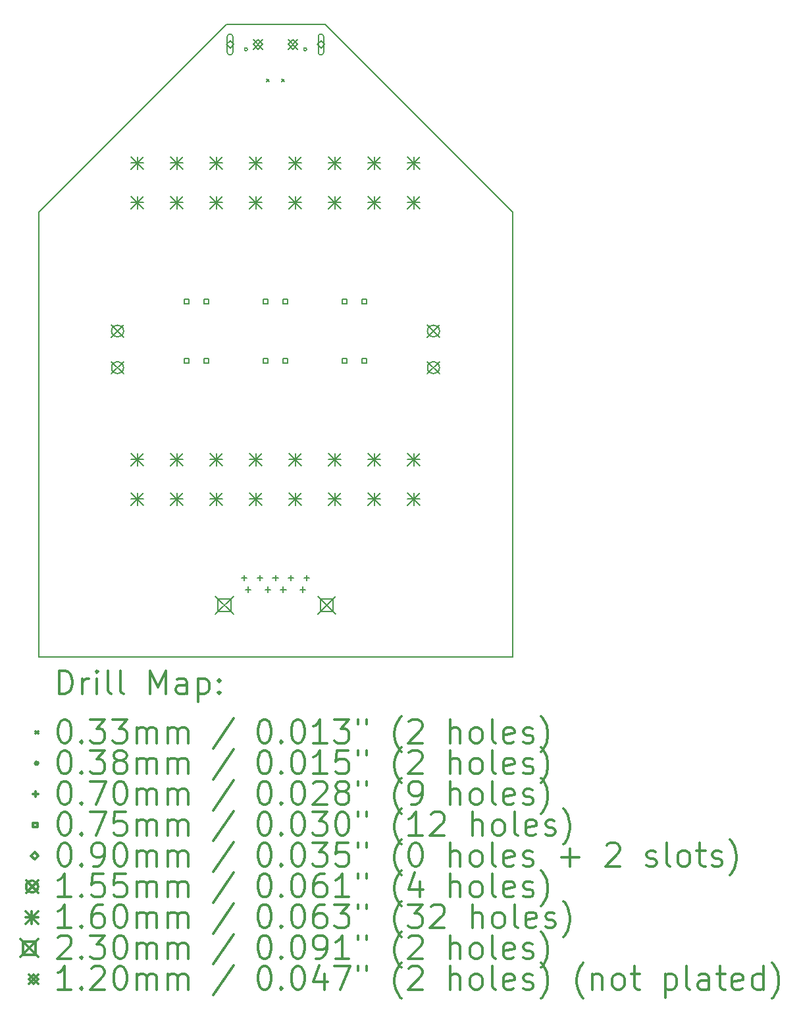
<source format=gbr>
%FSLAX45Y45*%
G04 Gerber Fmt 4.5, Leading zero omitted, Abs format (unit mm)*
G04 Created by KiCad (PCBNEW 4.0.1-stable) date 2016-02-23 23:33:41*
%MOMM*%
G01*
G04 APERTURE LIST*
%ADD10C,0.127000*%
%ADD11C,0.200000*%
%ADD12C,0.300000*%
G04 APERTURE END LIST*
D10*
X0Y0D02*
X0Y5715000D01*
X6096000Y0D02*
X6096000Y5715000D01*
X2413000Y8128000D02*
X3683000Y8128000D01*
X3683000Y8128000D02*
X6096000Y5715000D01*
X2413000Y8128000D02*
X0Y5715000D01*
X6096000Y0D02*
X0Y0D01*
D11*
X2931490Y7429510D02*
X2964510Y7396490D01*
X2964510Y7429510D02*
X2931490Y7396490D01*
X3131490Y7429510D02*
X3164510Y7396490D01*
X3164510Y7429510D02*
X3131490Y7396490D01*
X2686050Y7810500D02*
G75*
G03X2686050Y7810500I-19050J0D01*
G01*
X3448050Y7810500D02*
G75*
G03X3448050Y7810500I-19050J0D01*
G01*
X2648000Y1056000D02*
X2648000Y986000D01*
X2613000Y1021000D02*
X2683000Y1021000D01*
X2698000Y906000D02*
X2698000Y836000D01*
X2663000Y871000D02*
X2733000Y871000D01*
X2848000Y1056000D02*
X2848000Y986000D01*
X2813000Y1021000D02*
X2883000Y1021000D01*
X2948000Y906000D02*
X2948000Y836000D01*
X2913000Y871000D02*
X2983000Y871000D01*
X3048000Y1056000D02*
X3048000Y986000D01*
X3013000Y1021000D02*
X3083000Y1021000D01*
X3148000Y906000D02*
X3148000Y836000D01*
X3113000Y871000D02*
X3183000Y871000D01*
X3248000Y1056000D02*
X3248000Y986000D01*
X3213000Y1021000D02*
X3283000Y1021000D01*
X3398000Y906000D02*
X3398000Y836000D01*
X3363000Y871000D02*
X3433000Y871000D01*
X3448000Y1056000D02*
X3448000Y986000D01*
X3413000Y1021000D02*
X3483000Y1021000D01*
X1931517Y4545483D02*
X1931517Y4598517D01*
X1878483Y4598517D01*
X1878483Y4545483D01*
X1931517Y4545483D01*
X1931517Y3783483D02*
X1931517Y3836517D01*
X1878483Y3836517D01*
X1878483Y3783483D01*
X1931517Y3783483D01*
X2185517Y4545483D02*
X2185517Y4598517D01*
X2132483Y4598517D01*
X2132483Y4545483D01*
X2185517Y4545483D01*
X2185517Y3783483D02*
X2185517Y3836517D01*
X2132483Y3836517D01*
X2132483Y3783483D01*
X2185517Y3783483D01*
X2947517Y4545483D02*
X2947517Y4598517D01*
X2894483Y4598517D01*
X2894483Y4545483D01*
X2947517Y4545483D01*
X2947517Y3783483D02*
X2947517Y3836517D01*
X2894483Y3836517D01*
X2894483Y3783483D01*
X2947517Y3783483D01*
X3201517Y4545483D02*
X3201517Y4598517D01*
X3148483Y4598517D01*
X3148483Y4545483D01*
X3201517Y4545483D01*
X3201517Y3783483D02*
X3201517Y3836517D01*
X3148483Y3836517D01*
X3148483Y3783483D01*
X3201517Y3783483D01*
X3963517Y4545483D02*
X3963517Y4598517D01*
X3910483Y4598517D01*
X3910483Y4545483D01*
X3963517Y4545483D01*
X3963517Y3783483D02*
X3963517Y3836517D01*
X3910483Y3836517D01*
X3910483Y3783483D01*
X3963517Y3783483D01*
X4217517Y4545483D02*
X4217517Y4598517D01*
X4164483Y4598517D01*
X4164483Y4545483D01*
X4217517Y4545483D01*
X4217517Y3783483D02*
X4217517Y3836517D01*
X4164483Y3836517D01*
X4164483Y3783483D01*
X4217517Y3783483D01*
X2463000Y7828000D02*
X2508000Y7873000D01*
X2463000Y7918000D01*
X2418000Y7873000D01*
X2463000Y7828000D01*
X2498000Y7773000D02*
X2498000Y7973000D01*
X2428000Y7773000D02*
X2428000Y7973000D01*
X2498000Y7973000D02*
G75*
G03X2428000Y7973000I-35000J0D01*
G01*
X2428000Y7773000D02*
G75*
G03X2498000Y7773000I35000J0D01*
G01*
X3633000Y7828000D02*
X3678000Y7873000D01*
X3633000Y7918000D01*
X3588000Y7873000D01*
X3633000Y7828000D01*
X3668000Y7773000D02*
X3668000Y7973000D01*
X3598000Y7773000D02*
X3598000Y7973000D01*
X3668000Y7973000D02*
G75*
G03X3598000Y7973000I-35000J0D01*
G01*
X3598000Y7773000D02*
G75*
G03X3668000Y7773000I35000J0D01*
G01*
X938500Y4268500D02*
X1093500Y4113500D01*
X1093500Y4268500D02*
X938500Y4113500D01*
X1093500Y4191000D02*
G75*
G03X1093500Y4191000I-77500J0D01*
G01*
X938500Y3798500D02*
X1093500Y3643500D01*
X1093500Y3798500D02*
X938500Y3643500D01*
X1093500Y3721000D02*
G75*
G03X1093500Y3721000I-77500J0D01*
G01*
X5002500Y4268500D02*
X5157500Y4113500D01*
X5157500Y4268500D02*
X5002500Y4113500D01*
X5157500Y4191000D02*
G75*
G03X5157500Y4191000I-77500J0D01*
G01*
X5002500Y3798500D02*
X5157500Y3643500D01*
X5157500Y3798500D02*
X5002500Y3643500D01*
X5157500Y3721000D02*
G75*
G03X5157500Y3721000I-77500J0D01*
G01*
X1189990Y6430010D02*
X1350010Y6269990D01*
X1350010Y6430010D02*
X1189990Y6269990D01*
X1270000Y6430010D02*
X1270000Y6269990D01*
X1189990Y6350000D02*
X1350010Y6350000D01*
X1189990Y5922010D02*
X1350010Y5761990D01*
X1350010Y5922010D02*
X1189990Y5761990D01*
X1270000Y5922010D02*
X1270000Y5761990D01*
X1189990Y5842000D02*
X1350010Y5842000D01*
X1189990Y2620010D02*
X1350010Y2459990D01*
X1350010Y2620010D02*
X1189990Y2459990D01*
X1270000Y2620010D02*
X1270000Y2459990D01*
X1189990Y2540000D02*
X1350010Y2540000D01*
X1189990Y2112010D02*
X1350010Y1951990D01*
X1350010Y2112010D02*
X1189990Y1951990D01*
X1270000Y2112010D02*
X1270000Y1951990D01*
X1189990Y2032000D02*
X1350010Y2032000D01*
X1697990Y6430010D02*
X1858010Y6269990D01*
X1858010Y6430010D02*
X1697990Y6269990D01*
X1778000Y6430010D02*
X1778000Y6269990D01*
X1697990Y6350000D02*
X1858010Y6350000D01*
X1697990Y5922010D02*
X1858010Y5761990D01*
X1858010Y5922010D02*
X1697990Y5761990D01*
X1778000Y5922010D02*
X1778000Y5761990D01*
X1697990Y5842000D02*
X1858010Y5842000D01*
X1697990Y2620010D02*
X1858010Y2459990D01*
X1858010Y2620010D02*
X1697990Y2459990D01*
X1778000Y2620010D02*
X1778000Y2459990D01*
X1697990Y2540000D02*
X1858010Y2540000D01*
X1697990Y2112010D02*
X1858010Y1951990D01*
X1858010Y2112010D02*
X1697990Y1951990D01*
X1778000Y2112010D02*
X1778000Y1951990D01*
X1697990Y2032000D02*
X1858010Y2032000D01*
X2205990Y6430010D02*
X2366010Y6269990D01*
X2366010Y6430010D02*
X2205990Y6269990D01*
X2286000Y6430010D02*
X2286000Y6269990D01*
X2205990Y6350000D02*
X2366010Y6350000D01*
X2205990Y5922010D02*
X2366010Y5761990D01*
X2366010Y5922010D02*
X2205990Y5761990D01*
X2286000Y5922010D02*
X2286000Y5761990D01*
X2205990Y5842000D02*
X2366010Y5842000D01*
X2205990Y2620010D02*
X2366010Y2459990D01*
X2366010Y2620010D02*
X2205990Y2459990D01*
X2286000Y2620010D02*
X2286000Y2459990D01*
X2205990Y2540000D02*
X2366010Y2540000D01*
X2205990Y2112010D02*
X2366010Y1951990D01*
X2366010Y2112010D02*
X2205990Y1951990D01*
X2286000Y2112010D02*
X2286000Y1951990D01*
X2205990Y2032000D02*
X2366010Y2032000D01*
X2713990Y6430010D02*
X2874010Y6269990D01*
X2874010Y6430010D02*
X2713990Y6269990D01*
X2794000Y6430010D02*
X2794000Y6269990D01*
X2713990Y6350000D02*
X2874010Y6350000D01*
X2713990Y5922010D02*
X2874010Y5761990D01*
X2874010Y5922010D02*
X2713990Y5761990D01*
X2794000Y5922010D02*
X2794000Y5761990D01*
X2713990Y5842000D02*
X2874010Y5842000D01*
X2713990Y2620010D02*
X2874010Y2459990D01*
X2874010Y2620010D02*
X2713990Y2459990D01*
X2794000Y2620010D02*
X2794000Y2459990D01*
X2713990Y2540000D02*
X2874010Y2540000D01*
X2713990Y2112010D02*
X2874010Y1951990D01*
X2874010Y2112010D02*
X2713990Y1951990D01*
X2794000Y2112010D02*
X2794000Y1951990D01*
X2713990Y2032000D02*
X2874010Y2032000D01*
X3221990Y6430010D02*
X3382010Y6269990D01*
X3382010Y6430010D02*
X3221990Y6269990D01*
X3302000Y6430010D02*
X3302000Y6269990D01*
X3221990Y6350000D02*
X3382010Y6350000D01*
X3221990Y5922010D02*
X3382010Y5761990D01*
X3382010Y5922010D02*
X3221990Y5761990D01*
X3302000Y5922010D02*
X3302000Y5761990D01*
X3221990Y5842000D02*
X3382010Y5842000D01*
X3221990Y2620010D02*
X3382010Y2459990D01*
X3382010Y2620010D02*
X3221990Y2459990D01*
X3302000Y2620010D02*
X3302000Y2459990D01*
X3221990Y2540000D02*
X3382010Y2540000D01*
X3221990Y2112010D02*
X3382010Y1951990D01*
X3382010Y2112010D02*
X3221990Y1951990D01*
X3302000Y2112010D02*
X3302000Y1951990D01*
X3221990Y2032000D02*
X3382010Y2032000D01*
X3729990Y6430010D02*
X3890010Y6269990D01*
X3890010Y6430010D02*
X3729990Y6269990D01*
X3810000Y6430010D02*
X3810000Y6269990D01*
X3729990Y6350000D02*
X3890010Y6350000D01*
X3729990Y5922010D02*
X3890010Y5761990D01*
X3890010Y5922010D02*
X3729990Y5761990D01*
X3810000Y5922010D02*
X3810000Y5761990D01*
X3729990Y5842000D02*
X3890010Y5842000D01*
X3729990Y2620010D02*
X3890010Y2459990D01*
X3890010Y2620010D02*
X3729990Y2459990D01*
X3810000Y2620010D02*
X3810000Y2459990D01*
X3729990Y2540000D02*
X3890010Y2540000D01*
X3729990Y2112010D02*
X3890010Y1951990D01*
X3890010Y2112010D02*
X3729990Y1951990D01*
X3810000Y2112010D02*
X3810000Y1951990D01*
X3729990Y2032000D02*
X3890010Y2032000D01*
X4237990Y6430010D02*
X4398010Y6269990D01*
X4398010Y6430010D02*
X4237990Y6269990D01*
X4318000Y6430010D02*
X4318000Y6269990D01*
X4237990Y6350000D02*
X4398010Y6350000D01*
X4237990Y5922010D02*
X4398010Y5761990D01*
X4398010Y5922010D02*
X4237990Y5761990D01*
X4318000Y5922010D02*
X4318000Y5761990D01*
X4237990Y5842000D02*
X4398010Y5842000D01*
X4237990Y2620010D02*
X4398010Y2459990D01*
X4398010Y2620010D02*
X4237990Y2459990D01*
X4318000Y2620010D02*
X4318000Y2459990D01*
X4237990Y2540000D02*
X4398010Y2540000D01*
X4237990Y2112010D02*
X4398010Y1951990D01*
X4398010Y2112010D02*
X4237990Y1951990D01*
X4318000Y2112010D02*
X4318000Y1951990D01*
X4237990Y2032000D02*
X4398010Y2032000D01*
X4745990Y6430010D02*
X4906010Y6269990D01*
X4906010Y6430010D02*
X4745990Y6269990D01*
X4826000Y6430010D02*
X4826000Y6269990D01*
X4745990Y6350000D02*
X4906010Y6350000D01*
X4745990Y5922010D02*
X4906010Y5761990D01*
X4906010Y5922010D02*
X4745990Y5761990D01*
X4826000Y5922010D02*
X4826000Y5761990D01*
X4745990Y5842000D02*
X4906010Y5842000D01*
X4745990Y2620010D02*
X4906010Y2459990D01*
X4906010Y2620010D02*
X4745990Y2459990D01*
X4826000Y2620010D02*
X4826000Y2459990D01*
X4745990Y2540000D02*
X4906010Y2540000D01*
X4745990Y2112010D02*
X4906010Y1951990D01*
X4906010Y2112010D02*
X4745990Y1951990D01*
X4826000Y2112010D02*
X4826000Y1951990D01*
X4745990Y2032000D02*
X4906010Y2032000D01*
X2276000Y786000D02*
X2506000Y556000D01*
X2506000Y786000D02*
X2276000Y556000D01*
X2472318Y589682D02*
X2472318Y752318D01*
X2309682Y752318D01*
X2309682Y589682D01*
X2472318Y589682D01*
X3590000Y786000D02*
X3820000Y556000D01*
X3820000Y786000D02*
X3590000Y556000D01*
X3786318Y589682D02*
X3786318Y752318D01*
X3623682Y752318D01*
X3623682Y589682D01*
X3786318Y589682D01*
X2763000Y7933000D02*
X2883000Y7813000D01*
X2883000Y7933000D02*
X2763000Y7813000D01*
X2823000Y7813000D02*
X2883000Y7873000D01*
X2823000Y7933000D01*
X2763000Y7873000D01*
X2823000Y7813000D01*
X3213000Y7933000D02*
X3333000Y7813000D01*
X3333000Y7933000D02*
X3213000Y7813000D01*
X3273000Y7813000D02*
X3333000Y7873000D01*
X3273000Y7933000D01*
X3213000Y7873000D01*
X3273000Y7813000D01*
D12*
X265079Y-472064D02*
X265079Y-172064D01*
X336507Y-172064D01*
X379364Y-186350D01*
X407936Y-214921D01*
X422221Y-243493D01*
X436507Y-300636D01*
X436507Y-343493D01*
X422221Y-400636D01*
X407936Y-429207D01*
X379364Y-457779D01*
X336507Y-472064D01*
X265079Y-472064D01*
X565079Y-472064D02*
X565079Y-272064D01*
X565079Y-329207D02*
X579364Y-300636D01*
X593650Y-286350D01*
X622221Y-272064D01*
X650793Y-272064D01*
X750793Y-472064D02*
X750793Y-272064D01*
X750793Y-172064D02*
X736507Y-186350D01*
X750793Y-200636D01*
X765078Y-186350D01*
X750793Y-172064D01*
X750793Y-200636D01*
X936507Y-472064D02*
X907936Y-457779D01*
X893650Y-429207D01*
X893650Y-172064D01*
X1093650Y-472064D02*
X1065079Y-457779D01*
X1050793Y-429207D01*
X1050793Y-172064D01*
X1436507Y-472064D02*
X1436507Y-172064D01*
X1536507Y-386350D01*
X1636507Y-172064D01*
X1636507Y-472064D01*
X1907936Y-472064D02*
X1907936Y-314922D01*
X1893650Y-286350D01*
X1865078Y-272064D01*
X1807936Y-272064D01*
X1779364Y-286350D01*
X1907936Y-457779D02*
X1879364Y-472064D01*
X1807936Y-472064D01*
X1779364Y-457779D01*
X1765078Y-429207D01*
X1765078Y-400636D01*
X1779364Y-372064D01*
X1807936Y-357779D01*
X1879364Y-357779D01*
X1907936Y-343493D01*
X2050793Y-272064D02*
X2050793Y-572064D01*
X2050793Y-286350D02*
X2079364Y-272064D01*
X2136507Y-272064D01*
X2165079Y-286350D01*
X2179364Y-300636D01*
X2193650Y-329207D01*
X2193650Y-414921D01*
X2179364Y-443493D01*
X2165079Y-457779D01*
X2136507Y-472064D01*
X2079364Y-472064D01*
X2050793Y-457779D01*
X2322221Y-443493D02*
X2336507Y-457779D01*
X2322221Y-472064D01*
X2307936Y-457779D01*
X2322221Y-443493D01*
X2322221Y-472064D01*
X2322221Y-286350D02*
X2336507Y-300636D01*
X2322221Y-314922D01*
X2307936Y-300636D01*
X2322221Y-286350D01*
X2322221Y-314922D01*
X-39370Y-949840D02*
X-6350Y-982860D01*
X-6350Y-949840D02*
X-39370Y-982860D01*
X322221Y-802064D02*
X350793Y-802064D01*
X379364Y-816350D01*
X393650Y-830636D01*
X407936Y-859207D01*
X422221Y-916350D01*
X422221Y-987779D01*
X407936Y-1044921D01*
X393650Y-1073493D01*
X379364Y-1087779D01*
X350793Y-1102064D01*
X322221Y-1102064D01*
X293650Y-1087779D01*
X279364Y-1073493D01*
X265079Y-1044921D01*
X250793Y-987779D01*
X250793Y-916350D01*
X265079Y-859207D01*
X279364Y-830636D01*
X293650Y-816350D01*
X322221Y-802064D01*
X550793Y-1073493D02*
X565079Y-1087779D01*
X550793Y-1102064D01*
X536507Y-1087779D01*
X550793Y-1073493D01*
X550793Y-1102064D01*
X665078Y-802064D02*
X850793Y-802064D01*
X750793Y-916350D01*
X793650Y-916350D01*
X822221Y-930636D01*
X836507Y-944921D01*
X850793Y-973493D01*
X850793Y-1044921D01*
X836507Y-1073493D01*
X822221Y-1087779D01*
X793650Y-1102064D01*
X707936Y-1102064D01*
X679364Y-1087779D01*
X665078Y-1073493D01*
X950793Y-802064D02*
X1136507Y-802064D01*
X1036507Y-916350D01*
X1079364Y-916350D01*
X1107936Y-930636D01*
X1122221Y-944921D01*
X1136507Y-973493D01*
X1136507Y-1044921D01*
X1122221Y-1073493D01*
X1107936Y-1087779D01*
X1079364Y-1102064D01*
X993650Y-1102064D01*
X965078Y-1087779D01*
X950793Y-1073493D01*
X1265079Y-1102064D02*
X1265079Y-902064D01*
X1265079Y-930636D02*
X1279364Y-916350D01*
X1307936Y-902064D01*
X1350793Y-902064D01*
X1379364Y-916350D01*
X1393650Y-944921D01*
X1393650Y-1102064D01*
X1393650Y-944921D02*
X1407936Y-916350D01*
X1436507Y-902064D01*
X1479364Y-902064D01*
X1507936Y-916350D01*
X1522221Y-944921D01*
X1522221Y-1102064D01*
X1665078Y-1102064D02*
X1665078Y-902064D01*
X1665078Y-930636D02*
X1679364Y-916350D01*
X1707936Y-902064D01*
X1750793Y-902064D01*
X1779364Y-916350D01*
X1793650Y-944921D01*
X1793650Y-1102064D01*
X1793650Y-944921D02*
X1807936Y-916350D01*
X1836507Y-902064D01*
X1879364Y-902064D01*
X1907936Y-916350D01*
X1922221Y-944921D01*
X1922221Y-1102064D01*
X2507936Y-787779D02*
X2250793Y-1173493D01*
X2893650Y-802064D02*
X2922221Y-802064D01*
X2950793Y-816350D01*
X2965078Y-830636D01*
X2979364Y-859207D01*
X2993650Y-916350D01*
X2993650Y-987779D01*
X2979364Y-1044921D01*
X2965078Y-1073493D01*
X2950793Y-1087779D01*
X2922221Y-1102064D01*
X2893650Y-1102064D01*
X2865078Y-1087779D01*
X2850793Y-1073493D01*
X2836507Y-1044921D01*
X2822221Y-987779D01*
X2822221Y-916350D01*
X2836507Y-859207D01*
X2850793Y-830636D01*
X2865078Y-816350D01*
X2893650Y-802064D01*
X3122221Y-1073493D02*
X3136507Y-1087779D01*
X3122221Y-1102064D01*
X3107936Y-1087779D01*
X3122221Y-1073493D01*
X3122221Y-1102064D01*
X3322221Y-802064D02*
X3350793Y-802064D01*
X3379364Y-816350D01*
X3393650Y-830636D01*
X3407935Y-859207D01*
X3422221Y-916350D01*
X3422221Y-987779D01*
X3407935Y-1044921D01*
X3393650Y-1073493D01*
X3379364Y-1087779D01*
X3350793Y-1102064D01*
X3322221Y-1102064D01*
X3293650Y-1087779D01*
X3279364Y-1073493D01*
X3265078Y-1044921D01*
X3250793Y-987779D01*
X3250793Y-916350D01*
X3265078Y-859207D01*
X3279364Y-830636D01*
X3293650Y-816350D01*
X3322221Y-802064D01*
X3707935Y-1102064D02*
X3536507Y-1102064D01*
X3622221Y-1102064D02*
X3622221Y-802064D01*
X3593650Y-844921D01*
X3565078Y-873493D01*
X3536507Y-887779D01*
X3807935Y-802064D02*
X3993650Y-802064D01*
X3893650Y-916350D01*
X3936507Y-916350D01*
X3965078Y-930636D01*
X3979364Y-944921D01*
X3993650Y-973493D01*
X3993650Y-1044921D01*
X3979364Y-1073493D01*
X3965078Y-1087779D01*
X3936507Y-1102064D01*
X3850793Y-1102064D01*
X3822221Y-1087779D01*
X3807935Y-1073493D01*
X4107936Y-802064D02*
X4107936Y-859207D01*
X4222221Y-802064D02*
X4222221Y-859207D01*
X4665078Y-1216350D02*
X4650793Y-1202064D01*
X4622221Y-1159207D01*
X4607936Y-1130636D01*
X4593650Y-1087779D01*
X4579364Y-1016350D01*
X4579364Y-959207D01*
X4593650Y-887779D01*
X4607936Y-844921D01*
X4622221Y-816350D01*
X4650793Y-773493D01*
X4665078Y-759207D01*
X4765078Y-830636D02*
X4779364Y-816350D01*
X4807936Y-802064D01*
X4879364Y-802064D01*
X4907936Y-816350D01*
X4922221Y-830636D01*
X4936507Y-859207D01*
X4936507Y-887779D01*
X4922221Y-930636D01*
X4750793Y-1102064D01*
X4936507Y-1102064D01*
X5293650Y-1102064D02*
X5293650Y-802064D01*
X5422221Y-1102064D02*
X5422221Y-944921D01*
X5407936Y-916350D01*
X5379364Y-902064D01*
X5336507Y-902064D01*
X5307936Y-916350D01*
X5293650Y-930636D01*
X5607935Y-1102064D02*
X5579364Y-1087779D01*
X5565078Y-1073493D01*
X5550793Y-1044921D01*
X5550793Y-959207D01*
X5565078Y-930636D01*
X5579364Y-916350D01*
X5607935Y-902064D01*
X5650793Y-902064D01*
X5679364Y-916350D01*
X5693650Y-930636D01*
X5707935Y-959207D01*
X5707935Y-1044921D01*
X5693650Y-1073493D01*
X5679364Y-1087779D01*
X5650793Y-1102064D01*
X5607935Y-1102064D01*
X5879364Y-1102064D02*
X5850793Y-1087779D01*
X5836507Y-1059207D01*
X5836507Y-802064D01*
X6107936Y-1087779D02*
X6079364Y-1102064D01*
X6022221Y-1102064D01*
X5993650Y-1087779D01*
X5979364Y-1059207D01*
X5979364Y-944921D01*
X5993650Y-916350D01*
X6022221Y-902064D01*
X6079364Y-902064D01*
X6107936Y-916350D01*
X6122221Y-944921D01*
X6122221Y-973493D01*
X5979364Y-1002064D01*
X6236507Y-1087779D02*
X6265078Y-1102064D01*
X6322221Y-1102064D01*
X6350793Y-1087779D01*
X6365078Y-1059207D01*
X6365078Y-1044921D01*
X6350793Y-1016350D01*
X6322221Y-1002064D01*
X6279364Y-1002064D01*
X6250793Y-987779D01*
X6236507Y-959207D01*
X6236507Y-944921D01*
X6250793Y-916350D01*
X6279364Y-902064D01*
X6322221Y-902064D01*
X6350793Y-916350D01*
X6465078Y-1216350D02*
X6479364Y-1202064D01*
X6507936Y-1159207D01*
X6522221Y-1130636D01*
X6536507Y-1087779D01*
X6550793Y-1016350D01*
X6550793Y-959207D01*
X6536507Y-887779D01*
X6522221Y-844921D01*
X6507936Y-816350D01*
X6479364Y-773493D01*
X6465078Y-759207D01*
X-6350Y-1362350D02*
G75*
G03X-6350Y-1362350I-19050J0D01*
G01*
X322221Y-1198064D02*
X350793Y-1198064D01*
X379364Y-1212350D01*
X393650Y-1226636D01*
X407936Y-1255207D01*
X422221Y-1312350D01*
X422221Y-1383779D01*
X407936Y-1440921D01*
X393650Y-1469493D01*
X379364Y-1483779D01*
X350793Y-1498064D01*
X322221Y-1498064D01*
X293650Y-1483779D01*
X279364Y-1469493D01*
X265079Y-1440921D01*
X250793Y-1383779D01*
X250793Y-1312350D01*
X265079Y-1255207D01*
X279364Y-1226636D01*
X293650Y-1212350D01*
X322221Y-1198064D01*
X550793Y-1469493D02*
X565079Y-1483779D01*
X550793Y-1498064D01*
X536507Y-1483779D01*
X550793Y-1469493D01*
X550793Y-1498064D01*
X665078Y-1198064D02*
X850793Y-1198064D01*
X750793Y-1312350D01*
X793650Y-1312350D01*
X822221Y-1326636D01*
X836507Y-1340922D01*
X850793Y-1369493D01*
X850793Y-1440921D01*
X836507Y-1469493D01*
X822221Y-1483779D01*
X793650Y-1498064D01*
X707936Y-1498064D01*
X679364Y-1483779D01*
X665078Y-1469493D01*
X1022221Y-1326636D02*
X993650Y-1312350D01*
X979364Y-1298064D01*
X965078Y-1269493D01*
X965078Y-1255207D01*
X979364Y-1226636D01*
X993650Y-1212350D01*
X1022221Y-1198064D01*
X1079364Y-1198064D01*
X1107936Y-1212350D01*
X1122221Y-1226636D01*
X1136507Y-1255207D01*
X1136507Y-1269493D01*
X1122221Y-1298064D01*
X1107936Y-1312350D01*
X1079364Y-1326636D01*
X1022221Y-1326636D01*
X993650Y-1340922D01*
X979364Y-1355207D01*
X965078Y-1383779D01*
X965078Y-1440921D01*
X979364Y-1469493D01*
X993650Y-1483779D01*
X1022221Y-1498064D01*
X1079364Y-1498064D01*
X1107936Y-1483779D01*
X1122221Y-1469493D01*
X1136507Y-1440921D01*
X1136507Y-1383779D01*
X1122221Y-1355207D01*
X1107936Y-1340922D01*
X1079364Y-1326636D01*
X1265079Y-1498064D02*
X1265079Y-1298064D01*
X1265079Y-1326636D02*
X1279364Y-1312350D01*
X1307936Y-1298064D01*
X1350793Y-1298064D01*
X1379364Y-1312350D01*
X1393650Y-1340922D01*
X1393650Y-1498064D01*
X1393650Y-1340922D02*
X1407936Y-1312350D01*
X1436507Y-1298064D01*
X1479364Y-1298064D01*
X1507936Y-1312350D01*
X1522221Y-1340922D01*
X1522221Y-1498064D01*
X1665078Y-1498064D02*
X1665078Y-1298064D01*
X1665078Y-1326636D02*
X1679364Y-1312350D01*
X1707936Y-1298064D01*
X1750793Y-1298064D01*
X1779364Y-1312350D01*
X1793650Y-1340922D01*
X1793650Y-1498064D01*
X1793650Y-1340922D02*
X1807936Y-1312350D01*
X1836507Y-1298064D01*
X1879364Y-1298064D01*
X1907936Y-1312350D01*
X1922221Y-1340922D01*
X1922221Y-1498064D01*
X2507936Y-1183779D02*
X2250793Y-1569493D01*
X2893650Y-1198064D02*
X2922221Y-1198064D01*
X2950793Y-1212350D01*
X2965078Y-1226636D01*
X2979364Y-1255207D01*
X2993650Y-1312350D01*
X2993650Y-1383779D01*
X2979364Y-1440921D01*
X2965078Y-1469493D01*
X2950793Y-1483779D01*
X2922221Y-1498064D01*
X2893650Y-1498064D01*
X2865078Y-1483779D01*
X2850793Y-1469493D01*
X2836507Y-1440921D01*
X2822221Y-1383779D01*
X2822221Y-1312350D01*
X2836507Y-1255207D01*
X2850793Y-1226636D01*
X2865078Y-1212350D01*
X2893650Y-1198064D01*
X3122221Y-1469493D02*
X3136507Y-1483779D01*
X3122221Y-1498064D01*
X3107936Y-1483779D01*
X3122221Y-1469493D01*
X3122221Y-1498064D01*
X3322221Y-1198064D02*
X3350793Y-1198064D01*
X3379364Y-1212350D01*
X3393650Y-1226636D01*
X3407935Y-1255207D01*
X3422221Y-1312350D01*
X3422221Y-1383779D01*
X3407935Y-1440921D01*
X3393650Y-1469493D01*
X3379364Y-1483779D01*
X3350793Y-1498064D01*
X3322221Y-1498064D01*
X3293650Y-1483779D01*
X3279364Y-1469493D01*
X3265078Y-1440921D01*
X3250793Y-1383779D01*
X3250793Y-1312350D01*
X3265078Y-1255207D01*
X3279364Y-1226636D01*
X3293650Y-1212350D01*
X3322221Y-1198064D01*
X3707935Y-1498064D02*
X3536507Y-1498064D01*
X3622221Y-1498064D02*
X3622221Y-1198064D01*
X3593650Y-1240922D01*
X3565078Y-1269493D01*
X3536507Y-1283779D01*
X3979364Y-1198064D02*
X3836507Y-1198064D01*
X3822221Y-1340922D01*
X3836507Y-1326636D01*
X3865078Y-1312350D01*
X3936507Y-1312350D01*
X3965078Y-1326636D01*
X3979364Y-1340922D01*
X3993650Y-1369493D01*
X3993650Y-1440921D01*
X3979364Y-1469493D01*
X3965078Y-1483779D01*
X3936507Y-1498064D01*
X3865078Y-1498064D01*
X3836507Y-1483779D01*
X3822221Y-1469493D01*
X4107936Y-1198064D02*
X4107936Y-1255207D01*
X4222221Y-1198064D02*
X4222221Y-1255207D01*
X4665078Y-1612350D02*
X4650793Y-1598064D01*
X4622221Y-1555207D01*
X4607936Y-1526636D01*
X4593650Y-1483779D01*
X4579364Y-1412350D01*
X4579364Y-1355207D01*
X4593650Y-1283779D01*
X4607936Y-1240922D01*
X4622221Y-1212350D01*
X4650793Y-1169493D01*
X4665078Y-1155207D01*
X4765078Y-1226636D02*
X4779364Y-1212350D01*
X4807936Y-1198064D01*
X4879364Y-1198064D01*
X4907936Y-1212350D01*
X4922221Y-1226636D01*
X4936507Y-1255207D01*
X4936507Y-1283779D01*
X4922221Y-1326636D01*
X4750793Y-1498064D01*
X4936507Y-1498064D01*
X5293650Y-1498064D02*
X5293650Y-1198064D01*
X5422221Y-1498064D02*
X5422221Y-1340922D01*
X5407936Y-1312350D01*
X5379364Y-1298064D01*
X5336507Y-1298064D01*
X5307936Y-1312350D01*
X5293650Y-1326636D01*
X5607935Y-1498064D02*
X5579364Y-1483779D01*
X5565078Y-1469493D01*
X5550793Y-1440921D01*
X5550793Y-1355207D01*
X5565078Y-1326636D01*
X5579364Y-1312350D01*
X5607935Y-1298064D01*
X5650793Y-1298064D01*
X5679364Y-1312350D01*
X5693650Y-1326636D01*
X5707935Y-1355207D01*
X5707935Y-1440921D01*
X5693650Y-1469493D01*
X5679364Y-1483779D01*
X5650793Y-1498064D01*
X5607935Y-1498064D01*
X5879364Y-1498064D02*
X5850793Y-1483779D01*
X5836507Y-1455207D01*
X5836507Y-1198064D01*
X6107936Y-1483779D02*
X6079364Y-1498064D01*
X6022221Y-1498064D01*
X5993650Y-1483779D01*
X5979364Y-1455207D01*
X5979364Y-1340922D01*
X5993650Y-1312350D01*
X6022221Y-1298064D01*
X6079364Y-1298064D01*
X6107936Y-1312350D01*
X6122221Y-1340922D01*
X6122221Y-1369493D01*
X5979364Y-1398064D01*
X6236507Y-1483779D02*
X6265078Y-1498064D01*
X6322221Y-1498064D01*
X6350793Y-1483779D01*
X6365078Y-1455207D01*
X6365078Y-1440921D01*
X6350793Y-1412350D01*
X6322221Y-1398064D01*
X6279364Y-1398064D01*
X6250793Y-1383779D01*
X6236507Y-1355207D01*
X6236507Y-1340922D01*
X6250793Y-1312350D01*
X6279364Y-1298064D01*
X6322221Y-1298064D01*
X6350793Y-1312350D01*
X6465078Y-1612350D02*
X6479364Y-1598064D01*
X6507936Y-1555207D01*
X6522221Y-1526636D01*
X6536507Y-1483779D01*
X6550793Y-1412350D01*
X6550793Y-1355207D01*
X6536507Y-1283779D01*
X6522221Y-1240922D01*
X6507936Y-1212350D01*
X6479364Y-1169493D01*
X6465078Y-1155207D01*
X-41350Y-1723350D02*
X-41350Y-1793350D01*
X-76350Y-1758350D02*
X-6350Y-1758350D01*
X322221Y-1594064D02*
X350793Y-1594064D01*
X379364Y-1608350D01*
X393650Y-1622636D01*
X407936Y-1651207D01*
X422221Y-1708350D01*
X422221Y-1779779D01*
X407936Y-1836921D01*
X393650Y-1865493D01*
X379364Y-1879779D01*
X350793Y-1894064D01*
X322221Y-1894064D01*
X293650Y-1879779D01*
X279364Y-1865493D01*
X265079Y-1836921D01*
X250793Y-1779779D01*
X250793Y-1708350D01*
X265079Y-1651207D01*
X279364Y-1622636D01*
X293650Y-1608350D01*
X322221Y-1594064D01*
X550793Y-1865493D02*
X565079Y-1879779D01*
X550793Y-1894064D01*
X536507Y-1879779D01*
X550793Y-1865493D01*
X550793Y-1894064D01*
X665078Y-1594064D02*
X865078Y-1594064D01*
X736507Y-1894064D01*
X1036507Y-1594064D02*
X1065079Y-1594064D01*
X1093650Y-1608350D01*
X1107936Y-1622636D01*
X1122221Y-1651207D01*
X1136507Y-1708350D01*
X1136507Y-1779779D01*
X1122221Y-1836921D01*
X1107936Y-1865493D01*
X1093650Y-1879779D01*
X1065079Y-1894064D01*
X1036507Y-1894064D01*
X1007936Y-1879779D01*
X993650Y-1865493D01*
X979364Y-1836921D01*
X965078Y-1779779D01*
X965078Y-1708350D01*
X979364Y-1651207D01*
X993650Y-1622636D01*
X1007936Y-1608350D01*
X1036507Y-1594064D01*
X1265079Y-1894064D02*
X1265079Y-1694064D01*
X1265079Y-1722636D02*
X1279364Y-1708350D01*
X1307936Y-1694064D01*
X1350793Y-1694064D01*
X1379364Y-1708350D01*
X1393650Y-1736921D01*
X1393650Y-1894064D01*
X1393650Y-1736921D02*
X1407936Y-1708350D01*
X1436507Y-1694064D01*
X1479364Y-1694064D01*
X1507936Y-1708350D01*
X1522221Y-1736921D01*
X1522221Y-1894064D01*
X1665078Y-1894064D02*
X1665078Y-1694064D01*
X1665078Y-1722636D02*
X1679364Y-1708350D01*
X1707936Y-1694064D01*
X1750793Y-1694064D01*
X1779364Y-1708350D01*
X1793650Y-1736921D01*
X1793650Y-1894064D01*
X1793650Y-1736921D02*
X1807936Y-1708350D01*
X1836507Y-1694064D01*
X1879364Y-1694064D01*
X1907936Y-1708350D01*
X1922221Y-1736921D01*
X1922221Y-1894064D01*
X2507936Y-1579779D02*
X2250793Y-1965493D01*
X2893650Y-1594064D02*
X2922221Y-1594064D01*
X2950793Y-1608350D01*
X2965078Y-1622636D01*
X2979364Y-1651207D01*
X2993650Y-1708350D01*
X2993650Y-1779779D01*
X2979364Y-1836921D01*
X2965078Y-1865493D01*
X2950793Y-1879779D01*
X2922221Y-1894064D01*
X2893650Y-1894064D01*
X2865078Y-1879779D01*
X2850793Y-1865493D01*
X2836507Y-1836921D01*
X2822221Y-1779779D01*
X2822221Y-1708350D01*
X2836507Y-1651207D01*
X2850793Y-1622636D01*
X2865078Y-1608350D01*
X2893650Y-1594064D01*
X3122221Y-1865493D02*
X3136507Y-1879779D01*
X3122221Y-1894064D01*
X3107936Y-1879779D01*
X3122221Y-1865493D01*
X3122221Y-1894064D01*
X3322221Y-1594064D02*
X3350793Y-1594064D01*
X3379364Y-1608350D01*
X3393650Y-1622636D01*
X3407935Y-1651207D01*
X3422221Y-1708350D01*
X3422221Y-1779779D01*
X3407935Y-1836921D01*
X3393650Y-1865493D01*
X3379364Y-1879779D01*
X3350793Y-1894064D01*
X3322221Y-1894064D01*
X3293650Y-1879779D01*
X3279364Y-1865493D01*
X3265078Y-1836921D01*
X3250793Y-1779779D01*
X3250793Y-1708350D01*
X3265078Y-1651207D01*
X3279364Y-1622636D01*
X3293650Y-1608350D01*
X3322221Y-1594064D01*
X3536507Y-1622636D02*
X3550793Y-1608350D01*
X3579364Y-1594064D01*
X3650793Y-1594064D01*
X3679364Y-1608350D01*
X3693650Y-1622636D01*
X3707935Y-1651207D01*
X3707935Y-1679779D01*
X3693650Y-1722636D01*
X3522221Y-1894064D01*
X3707935Y-1894064D01*
X3879364Y-1722636D02*
X3850793Y-1708350D01*
X3836507Y-1694064D01*
X3822221Y-1665493D01*
X3822221Y-1651207D01*
X3836507Y-1622636D01*
X3850793Y-1608350D01*
X3879364Y-1594064D01*
X3936507Y-1594064D01*
X3965078Y-1608350D01*
X3979364Y-1622636D01*
X3993650Y-1651207D01*
X3993650Y-1665493D01*
X3979364Y-1694064D01*
X3965078Y-1708350D01*
X3936507Y-1722636D01*
X3879364Y-1722636D01*
X3850793Y-1736921D01*
X3836507Y-1751207D01*
X3822221Y-1779779D01*
X3822221Y-1836921D01*
X3836507Y-1865493D01*
X3850793Y-1879779D01*
X3879364Y-1894064D01*
X3936507Y-1894064D01*
X3965078Y-1879779D01*
X3979364Y-1865493D01*
X3993650Y-1836921D01*
X3993650Y-1779779D01*
X3979364Y-1751207D01*
X3965078Y-1736921D01*
X3936507Y-1722636D01*
X4107936Y-1594064D02*
X4107936Y-1651207D01*
X4222221Y-1594064D02*
X4222221Y-1651207D01*
X4665078Y-2008350D02*
X4650793Y-1994064D01*
X4622221Y-1951207D01*
X4607936Y-1922636D01*
X4593650Y-1879779D01*
X4579364Y-1808350D01*
X4579364Y-1751207D01*
X4593650Y-1679779D01*
X4607936Y-1636921D01*
X4622221Y-1608350D01*
X4650793Y-1565493D01*
X4665078Y-1551207D01*
X4793650Y-1894064D02*
X4850793Y-1894064D01*
X4879364Y-1879779D01*
X4893650Y-1865493D01*
X4922221Y-1822636D01*
X4936507Y-1765493D01*
X4936507Y-1651207D01*
X4922221Y-1622636D01*
X4907936Y-1608350D01*
X4879364Y-1594064D01*
X4822221Y-1594064D01*
X4793650Y-1608350D01*
X4779364Y-1622636D01*
X4765078Y-1651207D01*
X4765078Y-1722636D01*
X4779364Y-1751207D01*
X4793650Y-1765493D01*
X4822221Y-1779779D01*
X4879364Y-1779779D01*
X4907936Y-1765493D01*
X4922221Y-1751207D01*
X4936507Y-1722636D01*
X5293650Y-1894064D02*
X5293650Y-1594064D01*
X5422221Y-1894064D02*
X5422221Y-1736921D01*
X5407936Y-1708350D01*
X5379364Y-1694064D01*
X5336507Y-1694064D01*
X5307936Y-1708350D01*
X5293650Y-1722636D01*
X5607935Y-1894064D02*
X5579364Y-1879779D01*
X5565078Y-1865493D01*
X5550793Y-1836921D01*
X5550793Y-1751207D01*
X5565078Y-1722636D01*
X5579364Y-1708350D01*
X5607935Y-1694064D01*
X5650793Y-1694064D01*
X5679364Y-1708350D01*
X5693650Y-1722636D01*
X5707935Y-1751207D01*
X5707935Y-1836921D01*
X5693650Y-1865493D01*
X5679364Y-1879779D01*
X5650793Y-1894064D01*
X5607935Y-1894064D01*
X5879364Y-1894064D02*
X5850793Y-1879779D01*
X5836507Y-1851207D01*
X5836507Y-1594064D01*
X6107936Y-1879779D02*
X6079364Y-1894064D01*
X6022221Y-1894064D01*
X5993650Y-1879779D01*
X5979364Y-1851207D01*
X5979364Y-1736921D01*
X5993650Y-1708350D01*
X6022221Y-1694064D01*
X6079364Y-1694064D01*
X6107936Y-1708350D01*
X6122221Y-1736921D01*
X6122221Y-1765493D01*
X5979364Y-1794064D01*
X6236507Y-1879779D02*
X6265078Y-1894064D01*
X6322221Y-1894064D01*
X6350793Y-1879779D01*
X6365078Y-1851207D01*
X6365078Y-1836921D01*
X6350793Y-1808350D01*
X6322221Y-1794064D01*
X6279364Y-1794064D01*
X6250793Y-1779779D01*
X6236507Y-1751207D01*
X6236507Y-1736921D01*
X6250793Y-1708350D01*
X6279364Y-1694064D01*
X6322221Y-1694064D01*
X6350793Y-1708350D01*
X6465078Y-2008350D02*
X6479364Y-1994064D01*
X6507936Y-1951207D01*
X6522221Y-1922636D01*
X6536507Y-1879779D01*
X6550793Y-1808350D01*
X6550793Y-1751207D01*
X6536507Y-1679779D01*
X6522221Y-1636921D01*
X6507936Y-1608350D01*
X6479364Y-1565493D01*
X6465078Y-1551207D01*
X-17333Y-2180867D02*
X-17333Y-2127833D01*
X-70367Y-2127833D01*
X-70367Y-2180867D01*
X-17333Y-2180867D01*
X322221Y-1990064D02*
X350793Y-1990064D01*
X379364Y-2004350D01*
X393650Y-2018636D01*
X407936Y-2047207D01*
X422221Y-2104350D01*
X422221Y-2175779D01*
X407936Y-2232922D01*
X393650Y-2261493D01*
X379364Y-2275779D01*
X350793Y-2290064D01*
X322221Y-2290064D01*
X293650Y-2275779D01*
X279364Y-2261493D01*
X265079Y-2232922D01*
X250793Y-2175779D01*
X250793Y-2104350D01*
X265079Y-2047207D01*
X279364Y-2018636D01*
X293650Y-2004350D01*
X322221Y-1990064D01*
X550793Y-2261493D02*
X565079Y-2275779D01*
X550793Y-2290064D01*
X536507Y-2275779D01*
X550793Y-2261493D01*
X550793Y-2290064D01*
X665078Y-1990064D02*
X865078Y-1990064D01*
X736507Y-2290064D01*
X1122221Y-1990064D02*
X979364Y-1990064D01*
X965078Y-2132922D01*
X979364Y-2118636D01*
X1007936Y-2104350D01*
X1079364Y-2104350D01*
X1107936Y-2118636D01*
X1122221Y-2132922D01*
X1136507Y-2161493D01*
X1136507Y-2232922D01*
X1122221Y-2261493D01*
X1107936Y-2275779D01*
X1079364Y-2290064D01*
X1007936Y-2290064D01*
X979364Y-2275779D01*
X965078Y-2261493D01*
X1265079Y-2290064D02*
X1265079Y-2090064D01*
X1265079Y-2118636D02*
X1279364Y-2104350D01*
X1307936Y-2090064D01*
X1350793Y-2090064D01*
X1379364Y-2104350D01*
X1393650Y-2132922D01*
X1393650Y-2290064D01*
X1393650Y-2132922D02*
X1407936Y-2104350D01*
X1436507Y-2090064D01*
X1479364Y-2090064D01*
X1507936Y-2104350D01*
X1522221Y-2132922D01*
X1522221Y-2290064D01*
X1665078Y-2290064D02*
X1665078Y-2090064D01*
X1665078Y-2118636D02*
X1679364Y-2104350D01*
X1707936Y-2090064D01*
X1750793Y-2090064D01*
X1779364Y-2104350D01*
X1793650Y-2132922D01*
X1793650Y-2290064D01*
X1793650Y-2132922D02*
X1807936Y-2104350D01*
X1836507Y-2090064D01*
X1879364Y-2090064D01*
X1907936Y-2104350D01*
X1922221Y-2132922D01*
X1922221Y-2290064D01*
X2507936Y-1975779D02*
X2250793Y-2361493D01*
X2893650Y-1990064D02*
X2922221Y-1990064D01*
X2950793Y-2004350D01*
X2965078Y-2018636D01*
X2979364Y-2047207D01*
X2993650Y-2104350D01*
X2993650Y-2175779D01*
X2979364Y-2232922D01*
X2965078Y-2261493D01*
X2950793Y-2275779D01*
X2922221Y-2290064D01*
X2893650Y-2290064D01*
X2865078Y-2275779D01*
X2850793Y-2261493D01*
X2836507Y-2232922D01*
X2822221Y-2175779D01*
X2822221Y-2104350D01*
X2836507Y-2047207D01*
X2850793Y-2018636D01*
X2865078Y-2004350D01*
X2893650Y-1990064D01*
X3122221Y-2261493D02*
X3136507Y-2275779D01*
X3122221Y-2290064D01*
X3107936Y-2275779D01*
X3122221Y-2261493D01*
X3122221Y-2290064D01*
X3322221Y-1990064D02*
X3350793Y-1990064D01*
X3379364Y-2004350D01*
X3393650Y-2018636D01*
X3407935Y-2047207D01*
X3422221Y-2104350D01*
X3422221Y-2175779D01*
X3407935Y-2232922D01*
X3393650Y-2261493D01*
X3379364Y-2275779D01*
X3350793Y-2290064D01*
X3322221Y-2290064D01*
X3293650Y-2275779D01*
X3279364Y-2261493D01*
X3265078Y-2232922D01*
X3250793Y-2175779D01*
X3250793Y-2104350D01*
X3265078Y-2047207D01*
X3279364Y-2018636D01*
X3293650Y-2004350D01*
X3322221Y-1990064D01*
X3522221Y-1990064D02*
X3707935Y-1990064D01*
X3607935Y-2104350D01*
X3650793Y-2104350D01*
X3679364Y-2118636D01*
X3693650Y-2132922D01*
X3707935Y-2161493D01*
X3707935Y-2232922D01*
X3693650Y-2261493D01*
X3679364Y-2275779D01*
X3650793Y-2290064D01*
X3565078Y-2290064D01*
X3536507Y-2275779D01*
X3522221Y-2261493D01*
X3893650Y-1990064D02*
X3922221Y-1990064D01*
X3950793Y-2004350D01*
X3965078Y-2018636D01*
X3979364Y-2047207D01*
X3993650Y-2104350D01*
X3993650Y-2175779D01*
X3979364Y-2232922D01*
X3965078Y-2261493D01*
X3950793Y-2275779D01*
X3922221Y-2290064D01*
X3893650Y-2290064D01*
X3865078Y-2275779D01*
X3850793Y-2261493D01*
X3836507Y-2232922D01*
X3822221Y-2175779D01*
X3822221Y-2104350D01*
X3836507Y-2047207D01*
X3850793Y-2018636D01*
X3865078Y-2004350D01*
X3893650Y-1990064D01*
X4107936Y-1990064D02*
X4107936Y-2047207D01*
X4222221Y-1990064D02*
X4222221Y-2047207D01*
X4665078Y-2404350D02*
X4650793Y-2390064D01*
X4622221Y-2347207D01*
X4607936Y-2318636D01*
X4593650Y-2275779D01*
X4579364Y-2204350D01*
X4579364Y-2147207D01*
X4593650Y-2075779D01*
X4607936Y-2032921D01*
X4622221Y-2004350D01*
X4650793Y-1961493D01*
X4665078Y-1947207D01*
X4936507Y-2290064D02*
X4765078Y-2290064D01*
X4850793Y-2290064D02*
X4850793Y-1990064D01*
X4822221Y-2032921D01*
X4793650Y-2061493D01*
X4765078Y-2075779D01*
X5050793Y-2018636D02*
X5065078Y-2004350D01*
X5093650Y-1990064D01*
X5165078Y-1990064D01*
X5193650Y-2004350D01*
X5207936Y-2018636D01*
X5222221Y-2047207D01*
X5222221Y-2075779D01*
X5207936Y-2118636D01*
X5036507Y-2290064D01*
X5222221Y-2290064D01*
X5579364Y-2290064D02*
X5579364Y-1990064D01*
X5707935Y-2290064D02*
X5707935Y-2132922D01*
X5693650Y-2104350D01*
X5665078Y-2090064D01*
X5622221Y-2090064D01*
X5593650Y-2104350D01*
X5579364Y-2118636D01*
X5893650Y-2290064D02*
X5865078Y-2275779D01*
X5850793Y-2261493D01*
X5836507Y-2232922D01*
X5836507Y-2147207D01*
X5850793Y-2118636D01*
X5865078Y-2104350D01*
X5893650Y-2090064D01*
X5936507Y-2090064D01*
X5965078Y-2104350D01*
X5979364Y-2118636D01*
X5993650Y-2147207D01*
X5993650Y-2232922D01*
X5979364Y-2261493D01*
X5965078Y-2275779D01*
X5936507Y-2290064D01*
X5893650Y-2290064D01*
X6165078Y-2290064D02*
X6136507Y-2275779D01*
X6122221Y-2247207D01*
X6122221Y-1990064D01*
X6393650Y-2275779D02*
X6365078Y-2290064D01*
X6307936Y-2290064D01*
X6279364Y-2275779D01*
X6265078Y-2247207D01*
X6265078Y-2132922D01*
X6279364Y-2104350D01*
X6307936Y-2090064D01*
X6365078Y-2090064D01*
X6393650Y-2104350D01*
X6407936Y-2132922D01*
X6407936Y-2161493D01*
X6265078Y-2190064D01*
X6522221Y-2275779D02*
X6550793Y-2290064D01*
X6607936Y-2290064D01*
X6636507Y-2275779D01*
X6650793Y-2247207D01*
X6650793Y-2232922D01*
X6636507Y-2204350D01*
X6607936Y-2190064D01*
X6565078Y-2190064D01*
X6536507Y-2175779D01*
X6522221Y-2147207D01*
X6522221Y-2132922D01*
X6536507Y-2104350D01*
X6565078Y-2090064D01*
X6607936Y-2090064D01*
X6636507Y-2104350D01*
X6750793Y-2404350D02*
X6765078Y-2390064D01*
X6793650Y-2347207D01*
X6807936Y-2318636D01*
X6822221Y-2275779D01*
X6836507Y-2204350D01*
X6836507Y-2147207D01*
X6822221Y-2075779D01*
X6807936Y-2032921D01*
X6793650Y-2004350D01*
X6765078Y-1961493D01*
X6750793Y-1947207D01*
X-51350Y-2595350D02*
X-6350Y-2550350D01*
X-51350Y-2505350D01*
X-96350Y-2550350D01*
X-51350Y-2595350D01*
X322221Y-2386064D02*
X350793Y-2386064D01*
X379364Y-2400350D01*
X393650Y-2414636D01*
X407936Y-2443207D01*
X422221Y-2500350D01*
X422221Y-2571779D01*
X407936Y-2628922D01*
X393650Y-2657493D01*
X379364Y-2671779D01*
X350793Y-2686064D01*
X322221Y-2686064D01*
X293650Y-2671779D01*
X279364Y-2657493D01*
X265079Y-2628922D01*
X250793Y-2571779D01*
X250793Y-2500350D01*
X265079Y-2443207D01*
X279364Y-2414636D01*
X293650Y-2400350D01*
X322221Y-2386064D01*
X550793Y-2657493D02*
X565079Y-2671779D01*
X550793Y-2686064D01*
X536507Y-2671779D01*
X550793Y-2657493D01*
X550793Y-2686064D01*
X707936Y-2686064D02*
X765078Y-2686064D01*
X793650Y-2671779D01*
X807936Y-2657493D01*
X836507Y-2614636D01*
X850793Y-2557493D01*
X850793Y-2443207D01*
X836507Y-2414636D01*
X822221Y-2400350D01*
X793650Y-2386064D01*
X736507Y-2386064D01*
X707936Y-2400350D01*
X693650Y-2414636D01*
X679364Y-2443207D01*
X679364Y-2514636D01*
X693650Y-2543207D01*
X707936Y-2557493D01*
X736507Y-2571779D01*
X793650Y-2571779D01*
X822221Y-2557493D01*
X836507Y-2543207D01*
X850793Y-2514636D01*
X1036507Y-2386064D02*
X1065079Y-2386064D01*
X1093650Y-2400350D01*
X1107936Y-2414636D01*
X1122221Y-2443207D01*
X1136507Y-2500350D01*
X1136507Y-2571779D01*
X1122221Y-2628922D01*
X1107936Y-2657493D01*
X1093650Y-2671779D01*
X1065079Y-2686064D01*
X1036507Y-2686064D01*
X1007936Y-2671779D01*
X993650Y-2657493D01*
X979364Y-2628922D01*
X965078Y-2571779D01*
X965078Y-2500350D01*
X979364Y-2443207D01*
X993650Y-2414636D01*
X1007936Y-2400350D01*
X1036507Y-2386064D01*
X1265079Y-2686064D02*
X1265079Y-2486064D01*
X1265079Y-2514636D02*
X1279364Y-2500350D01*
X1307936Y-2486064D01*
X1350793Y-2486064D01*
X1379364Y-2500350D01*
X1393650Y-2528922D01*
X1393650Y-2686064D01*
X1393650Y-2528922D02*
X1407936Y-2500350D01*
X1436507Y-2486064D01*
X1479364Y-2486064D01*
X1507936Y-2500350D01*
X1522221Y-2528922D01*
X1522221Y-2686064D01*
X1665078Y-2686064D02*
X1665078Y-2486064D01*
X1665078Y-2514636D02*
X1679364Y-2500350D01*
X1707936Y-2486064D01*
X1750793Y-2486064D01*
X1779364Y-2500350D01*
X1793650Y-2528922D01*
X1793650Y-2686064D01*
X1793650Y-2528922D02*
X1807936Y-2500350D01*
X1836507Y-2486064D01*
X1879364Y-2486064D01*
X1907936Y-2500350D01*
X1922221Y-2528922D01*
X1922221Y-2686064D01*
X2507936Y-2371779D02*
X2250793Y-2757493D01*
X2893650Y-2386064D02*
X2922221Y-2386064D01*
X2950793Y-2400350D01*
X2965078Y-2414636D01*
X2979364Y-2443207D01*
X2993650Y-2500350D01*
X2993650Y-2571779D01*
X2979364Y-2628922D01*
X2965078Y-2657493D01*
X2950793Y-2671779D01*
X2922221Y-2686064D01*
X2893650Y-2686064D01*
X2865078Y-2671779D01*
X2850793Y-2657493D01*
X2836507Y-2628922D01*
X2822221Y-2571779D01*
X2822221Y-2500350D01*
X2836507Y-2443207D01*
X2850793Y-2414636D01*
X2865078Y-2400350D01*
X2893650Y-2386064D01*
X3122221Y-2657493D02*
X3136507Y-2671779D01*
X3122221Y-2686064D01*
X3107936Y-2671779D01*
X3122221Y-2657493D01*
X3122221Y-2686064D01*
X3322221Y-2386064D02*
X3350793Y-2386064D01*
X3379364Y-2400350D01*
X3393650Y-2414636D01*
X3407935Y-2443207D01*
X3422221Y-2500350D01*
X3422221Y-2571779D01*
X3407935Y-2628922D01*
X3393650Y-2657493D01*
X3379364Y-2671779D01*
X3350793Y-2686064D01*
X3322221Y-2686064D01*
X3293650Y-2671779D01*
X3279364Y-2657493D01*
X3265078Y-2628922D01*
X3250793Y-2571779D01*
X3250793Y-2500350D01*
X3265078Y-2443207D01*
X3279364Y-2414636D01*
X3293650Y-2400350D01*
X3322221Y-2386064D01*
X3522221Y-2386064D02*
X3707935Y-2386064D01*
X3607935Y-2500350D01*
X3650793Y-2500350D01*
X3679364Y-2514636D01*
X3693650Y-2528922D01*
X3707935Y-2557493D01*
X3707935Y-2628922D01*
X3693650Y-2657493D01*
X3679364Y-2671779D01*
X3650793Y-2686064D01*
X3565078Y-2686064D01*
X3536507Y-2671779D01*
X3522221Y-2657493D01*
X3979364Y-2386064D02*
X3836507Y-2386064D01*
X3822221Y-2528922D01*
X3836507Y-2514636D01*
X3865078Y-2500350D01*
X3936507Y-2500350D01*
X3965078Y-2514636D01*
X3979364Y-2528922D01*
X3993650Y-2557493D01*
X3993650Y-2628922D01*
X3979364Y-2657493D01*
X3965078Y-2671779D01*
X3936507Y-2686064D01*
X3865078Y-2686064D01*
X3836507Y-2671779D01*
X3822221Y-2657493D01*
X4107936Y-2386064D02*
X4107936Y-2443207D01*
X4222221Y-2386064D02*
X4222221Y-2443207D01*
X4665078Y-2800350D02*
X4650793Y-2786064D01*
X4622221Y-2743207D01*
X4607936Y-2714636D01*
X4593650Y-2671779D01*
X4579364Y-2600350D01*
X4579364Y-2543207D01*
X4593650Y-2471779D01*
X4607936Y-2428922D01*
X4622221Y-2400350D01*
X4650793Y-2357493D01*
X4665078Y-2343207D01*
X4836507Y-2386064D02*
X4865078Y-2386064D01*
X4893650Y-2400350D01*
X4907936Y-2414636D01*
X4922221Y-2443207D01*
X4936507Y-2500350D01*
X4936507Y-2571779D01*
X4922221Y-2628922D01*
X4907936Y-2657493D01*
X4893650Y-2671779D01*
X4865078Y-2686064D01*
X4836507Y-2686064D01*
X4807936Y-2671779D01*
X4793650Y-2657493D01*
X4779364Y-2628922D01*
X4765078Y-2571779D01*
X4765078Y-2500350D01*
X4779364Y-2443207D01*
X4793650Y-2414636D01*
X4807936Y-2400350D01*
X4836507Y-2386064D01*
X5293650Y-2686064D02*
X5293650Y-2386064D01*
X5422221Y-2686064D02*
X5422221Y-2528922D01*
X5407936Y-2500350D01*
X5379364Y-2486064D01*
X5336507Y-2486064D01*
X5307936Y-2500350D01*
X5293650Y-2514636D01*
X5607935Y-2686064D02*
X5579364Y-2671779D01*
X5565078Y-2657493D01*
X5550793Y-2628922D01*
X5550793Y-2543207D01*
X5565078Y-2514636D01*
X5579364Y-2500350D01*
X5607935Y-2486064D01*
X5650793Y-2486064D01*
X5679364Y-2500350D01*
X5693650Y-2514636D01*
X5707935Y-2543207D01*
X5707935Y-2628922D01*
X5693650Y-2657493D01*
X5679364Y-2671779D01*
X5650793Y-2686064D01*
X5607935Y-2686064D01*
X5879364Y-2686064D02*
X5850793Y-2671779D01*
X5836507Y-2643207D01*
X5836507Y-2386064D01*
X6107936Y-2671779D02*
X6079364Y-2686064D01*
X6022221Y-2686064D01*
X5993650Y-2671779D01*
X5979364Y-2643207D01*
X5979364Y-2528922D01*
X5993650Y-2500350D01*
X6022221Y-2486064D01*
X6079364Y-2486064D01*
X6107936Y-2500350D01*
X6122221Y-2528922D01*
X6122221Y-2557493D01*
X5979364Y-2586064D01*
X6236507Y-2671779D02*
X6265078Y-2686064D01*
X6322221Y-2686064D01*
X6350793Y-2671779D01*
X6365078Y-2643207D01*
X6365078Y-2628922D01*
X6350793Y-2600350D01*
X6322221Y-2586064D01*
X6279364Y-2586064D01*
X6250793Y-2571779D01*
X6236507Y-2543207D01*
X6236507Y-2528922D01*
X6250793Y-2500350D01*
X6279364Y-2486064D01*
X6322221Y-2486064D01*
X6350793Y-2500350D01*
X6722221Y-2571779D02*
X6950793Y-2571779D01*
X6836507Y-2686064D02*
X6836507Y-2457493D01*
X7307936Y-2414636D02*
X7322221Y-2400350D01*
X7350793Y-2386064D01*
X7422221Y-2386064D01*
X7450793Y-2400350D01*
X7465078Y-2414636D01*
X7479364Y-2443207D01*
X7479364Y-2471779D01*
X7465078Y-2514636D01*
X7293650Y-2686064D01*
X7479364Y-2686064D01*
X7822221Y-2671779D02*
X7850793Y-2686064D01*
X7907935Y-2686064D01*
X7936507Y-2671779D01*
X7950793Y-2643207D01*
X7950793Y-2628922D01*
X7936507Y-2600350D01*
X7907935Y-2586064D01*
X7865078Y-2586064D01*
X7836507Y-2571779D01*
X7822221Y-2543207D01*
X7822221Y-2528922D01*
X7836507Y-2500350D01*
X7865078Y-2486064D01*
X7907935Y-2486064D01*
X7936507Y-2500350D01*
X8122221Y-2686064D02*
X8093650Y-2671779D01*
X8079364Y-2643207D01*
X8079364Y-2386064D01*
X8279364Y-2686064D02*
X8250793Y-2671779D01*
X8236507Y-2657493D01*
X8222221Y-2628922D01*
X8222221Y-2543207D01*
X8236507Y-2514636D01*
X8250793Y-2500350D01*
X8279364Y-2486064D01*
X8322221Y-2486064D01*
X8350793Y-2500350D01*
X8365078Y-2514636D01*
X8379364Y-2543207D01*
X8379364Y-2628922D01*
X8365078Y-2657493D01*
X8350793Y-2671779D01*
X8322221Y-2686064D01*
X8279364Y-2686064D01*
X8465078Y-2486064D02*
X8579364Y-2486064D01*
X8507936Y-2386064D02*
X8507936Y-2643207D01*
X8522221Y-2671779D01*
X8550793Y-2686064D01*
X8579364Y-2686064D01*
X8665079Y-2671779D02*
X8693650Y-2686064D01*
X8750793Y-2686064D01*
X8779364Y-2671779D01*
X8793650Y-2643207D01*
X8793650Y-2628922D01*
X8779364Y-2600350D01*
X8750793Y-2586064D01*
X8707936Y-2586064D01*
X8679364Y-2571779D01*
X8665079Y-2543207D01*
X8665079Y-2528922D01*
X8679364Y-2500350D01*
X8707936Y-2486064D01*
X8750793Y-2486064D01*
X8779364Y-2500350D01*
X8893650Y-2800350D02*
X8907936Y-2786064D01*
X8936507Y-2743207D01*
X8950793Y-2714636D01*
X8965078Y-2671779D01*
X8979364Y-2600350D01*
X8979364Y-2543207D01*
X8965078Y-2471779D01*
X8950793Y-2428922D01*
X8936507Y-2400350D01*
X8907936Y-2357493D01*
X8893650Y-2343207D01*
X-161350Y-2868850D02*
X-6350Y-3023850D01*
X-6350Y-2868850D02*
X-161350Y-3023850D01*
X-6350Y-2946350D02*
G75*
G03X-6350Y-2946350I-77500J0D01*
G01*
X422221Y-3082064D02*
X250793Y-3082064D01*
X336507Y-3082064D02*
X336507Y-2782064D01*
X307936Y-2824921D01*
X279364Y-2853493D01*
X250793Y-2867779D01*
X550793Y-3053493D02*
X565079Y-3067779D01*
X550793Y-3082064D01*
X536507Y-3067779D01*
X550793Y-3053493D01*
X550793Y-3082064D01*
X836507Y-2782064D02*
X693650Y-2782064D01*
X679364Y-2924921D01*
X693650Y-2910636D01*
X722221Y-2896350D01*
X793650Y-2896350D01*
X822221Y-2910636D01*
X836507Y-2924921D01*
X850793Y-2953493D01*
X850793Y-3024921D01*
X836507Y-3053493D01*
X822221Y-3067779D01*
X793650Y-3082064D01*
X722221Y-3082064D01*
X693650Y-3067779D01*
X679364Y-3053493D01*
X1122221Y-2782064D02*
X979364Y-2782064D01*
X965078Y-2924921D01*
X979364Y-2910636D01*
X1007936Y-2896350D01*
X1079364Y-2896350D01*
X1107936Y-2910636D01*
X1122221Y-2924921D01*
X1136507Y-2953493D01*
X1136507Y-3024921D01*
X1122221Y-3053493D01*
X1107936Y-3067779D01*
X1079364Y-3082064D01*
X1007936Y-3082064D01*
X979364Y-3067779D01*
X965078Y-3053493D01*
X1265079Y-3082064D02*
X1265079Y-2882064D01*
X1265079Y-2910636D02*
X1279364Y-2896350D01*
X1307936Y-2882064D01*
X1350793Y-2882064D01*
X1379364Y-2896350D01*
X1393650Y-2924921D01*
X1393650Y-3082064D01*
X1393650Y-2924921D02*
X1407936Y-2896350D01*
X1436507Y-2882064D01*
X1479364Y-2882064D01*
X1507936Y-2896350D01*
X1522221Y-2924921D01*
X1522221Y-3082064D01*
X1665078Y-3082064D02*
X1665078Y-2882064D01*
X1665078Y-2910636D02*
X1679364Y-2896350D01*
X1707936Y-2882064D01*
X1750793Y-2882064D01*
X1779364Y-2896350D01*
X1793650Y-2924921D01*
X1793650Y-3082064D01*
X1793650Y-2924921D02*
X1807936Y-2896350D01*
X1836507Y-2882064D01*
X1879364Y-2882064D01*
X1907936Y-2896350D01*
X1922221Y-2924921D01*
X1922221Y-3082064D01*
X2507936Y-2767779D02*
X2250793Y-3153493D01*
X2893650Y-2782064D02*
X2922221Y-2782064D01*
X2950793Y-2796350D01*
X2965078Y-2810636D01*
X2979364Y-2839207D01*
X2993650Y-2896350D01*
X2993650Y-2967779D01*
X2979364Y-3024921D01*
X2965078Y-3053493D01*
X2950793Y-3067779D01*
X2922221Y-3082064D01*
X2893650Y-3082064D01*
X2865078Y-3067779D01*
X2850793Y-3053493D01*
X2836507Y-3024921D01*
X2822221Y-2967779D01*
X2822221Y-2896350D01*
X2836507Y-2839207D01*
X2850793Y-2810636D01*
X2865078Y-2796350D01*
X2893650Y-2782064D01*
X3122221Y-3053493D02*
X3136507Y-3067779D01*
X3122221Y-3082064D01*
X3107936Y-3067779D01*
X3122221Y-3053493D01*
X3122221Y-3082064D01*
X3322221Y-2782064D02*
X3350793Y-2782064D01*
X3379364Y-2796350D01*
X3393650Y-2810636D01*
X3407935Y-2839207D01*
X3422221Y-2896350D01*
X3422221Y-2967779D01*
X3407935Y-3024921D01*
X3393650Y-3053493D01*
X3379364Y-3067779D01*
X3350793Y-3082064D01*
X3322221Y-3082064D01*
X3293650Y-3067779D01*
X3279364Y-3053493D01*
X3265078Y-3024921D01*
X3250793Y-2967779D01*
X3250793Y-2896350D01*
X3265078Y-2839207D01*
X3279364Y-2810636D01*
X3293650Y-2796350D01*
X3322221Y-2782064D01*
X3679364Y-2782064D02*
X3622221Y-2782064D01*
X3593650Y-2796350D01*
X3579364Y-2810636D01*
X3550793Y-2853493D01*
X3536507Y-2910636D01*
X3536507Y-3024921D01*
X3550793Y-3053493D01*
X3565078Y-3067779D01*
X3593650Y-3082064D01*
X3650793Y-3082064D01*
X3679364Y-3067779D01*
X3693650Y-3053493D01*
X3707935Y-3024921D01*
X3707935Y-2953493D01*
X3693650Y-2924921D01*
X3679364Y-2910636D01*
X3650793Y-2896350D01*
X3593650Y-2896350D01*
X3565078Y-2910636D01*
X3550793Y-2924921D01*
X3536507Y-2953493D01*
X3993650Y-3082064D02*
X3822221Y-3082064D01*
X3907935Y-3082064D02*
X3907935Y-2782064D01*
X3879364Y-2824921D01*
X3850793Y-2853493D01*
X3822221Y-2867779D01*
X4107936Y-2782064D02*
X4107936Y-2839207D01*
X4222221Y-2782064D02*
X4222221Y-2839207D01*
X4665078Y-3196350D02*
X4650793Y-3182064D01*
X4622221Y-3139207D01*
X4607936Y-3110636D01*
X4593650Y-3067779D01*
X4579364Y-2996350D01*
X4579364Y-2939207D01*
X4593650Y-2867779D01*
X4607936Y-2824921D01*
X4622221Y-2796350D01*
X4650793Y-2753493D01*
X4665078Y-2739207D01*
X4907936Y-2882064D02*
X4907936Y-3082064D01*
X4836507Y-2767779D02*
X4765078Y-2982064D01*
X4950793Y-2982064D01*
X5293650Y-3082064D02*
X5293650Y-2782064D01*
X5422221Y-3082064D02*
X5422221Y-2924921D01*
X5407936Y-2896350D01*
X5379364Y-2882064D01*
X5336507Y-2882064D01*
X5307936Y-2896350D01*
X5293650Y-2910636D01*
X5607935Y-3082064D02*
X5579364Y-3067779D01*
X5565078Y-3053493D01*
X5550793Y-3024921D01*
X5550793Y-2939207D01*
X5565078Y-2910636D01*
X5579364Y-2896350D01*
X5607935Y-2882064D01*
X5650793Y-2882064D01*
X5679364Y-2896350D01*
X5693650Y-2910636D01*
X5707935Y-2939207D01*
X5707935Y-3024921D01*
X5693650Y-3053493D01*
X5679364Y-3067779D01*
X5650793Y-3082064D01*
X5607935Y-3082064D01*
X5879364Y-3082064D02*
X5850793Y-3067779D01*
X5836507Y-3039207D01*
X5836507Y-2782064D01*
X6107936Y-3067779D02*
X6079364Y-3082064D01*
X6022221Y-3082064D01*
X5993650Y-3067779D01*
X5979364Y-3039207D01*
X5979364Y-2924921D01*
X5993650Y-2896350D01*
X6022221Y-2882064D01*
X6079364Y-2882064D01*
X6107936Y-2896350D01*
X6122221Y-2924921D01*
X6122221Y-2953493D01*
X5979364Y-2982064D01*
X6236507Y-3067779D02*
X6265078Y-3082064D01*
X6322221Y-3082064D01*
X6350793Y-3067779D01*
X6365078Y-3039207D01*
X6365078Y-3024921D01*
X6350793Y-2996350D01*
X6322221Y-2982064D01*
X6279364Y-2982064D01*
X6250793Y-2967779D01*
X6236507Y-2939207D01*
X6236507Y-2924921D01*
X6250793Y-2896350D01*
X6279364Y-2882064D01*
X6322221Y-2882064D01*
X6350793Y-2896350D01*
X6465078Y-3196350D02*
X6479364Y-3182064D01*
X6507936Y-3139207D01*
X6522221Y-3110636D01*
X6536507Y-3067779D01*
X6550793Y-2996350D01*
X6550793Y-2939207D01*
X6536507Y-2867779D01*
X6522221Y-2824921D01*
X6507936Y-2796350D01*
X6479364Y-2753493D01*
X6465078Y-2739207D01*
X-166370Y-3262340D02*
X-6350Y-3422360D01*
X-6350Y-3262340D02*
X-166370Y-3422360D01*
X-86360Y-3262340D02*
X-86360Y-3422360D01*
X-166370Y-3342350D02*
X-6350Y-3342350D01*
X422221Y-3478064D02*
X250793Y-3478064D01*
X336507Y-3478064D02*
X336507Y-3178064D01*
X307936Y-3220921D01*
X279364Y-3249493D01*
X250793Y-3263779D01*
X550793Y-3449493D02*
X565079Y-3463779D01*
X550793Y-3478064D01*
X536507Y-3463779D01*
X550793Y-3449493D01*
X550793Y-3478064D01*
X822221Y-3178064D02*
X765078Y-3178064D01*
X736507Y-3192350D01*
X722221Y-3206636D01*
X693650Y-3249493D01*
X679364Y-3306636D01*
X679364Y-3420921D01*
X693650Y-3449493D01*
X707936Y-3463779D01*
X736507Y-3478064D01*
X793650Y-3478064D01*
X822221Y-3463779D01*
X836507Y-3449493D01*
X850793Y-3420921D01*
X850793Y-3349493D01*
X836507Y-3320921D01*
X822221Y-3306636D01*
X793650Y-3292350D01*
X736507Y-3292350D01*
X707936Y-3306636D01*
X693650Y-3320921D01*
X679364Y-3349493D01*
X1036507Y-3178064D02*
X1065079Y-3178064D01*
X1093650Y-3192350D01*
X1107936Y-3206636D01*
X1122221Y-3235207D01*
X1136507Y-3292350D01*
X1136507Y-3363779D01*
X1122221Y-3420921D01*
X1107936Y-3449493D01*
X1093650Y-3463779D01*
X1065079Y-3478064D01*
X1036507Y-3478064D01*
X1007936Y-3463779D01*
X993650Y-3449493D01*
X979364Y-3420921D01*
X965078Y-3363779D01*
X965078Y-3292350D01*
X979364Y-3235207D01*
X993650Y-3206636D01*
X1007936Y-3192350D01*
X1036507Y-3178064D01*
X1265079Y-3478064D02*
X1265079Y-3278064D01*
X1265079Y-3306636D02*
X1279364Y-3292350D01*
X1307936Y-3278064D01*
X1350793Y-3278064D01*
X1379364Y-3292350D01*
X1393650Y-3320921D01*
X1393650Y-3478064D01*
X1393650Y-3320921D02*
X1407936Y-3292350D01*
X1436507Y-3278064D01*
X1479364Y-3278064D01*
X1507936Y-3292350D01*
X1522221Y-3320921D01*
X1522221Y-3478064D01*
X1665078Y-3478064D02*
X1665078Y-3278064D01*
X1665078Y-3306636D02*
X1679364Y-3292350D01*
X1707936Y-3278064D01*
X1750793Y-3278064D01*
X1779364Y-3292350D01*
X1793650Y-3320921D01*
X1793650Y-3478064D01*
X1793650Y-3320921D02*
X1807936Y-3292350D01*
X1836507Y-3278064D01*
X1879364Y-3278064D01*
X1907936Y-3292350D01*
X1922221Y-3320921D01*
X1922221Y-3478064D01*
X2507936Y-3163779D02*
X2250793Y-3549493D01*
X2893650Y-3178064D02*
X2922221Y-3178064D01*
X2950793Y-3192350D01*
X2965078Y-3206636D01*
X2979364Y-3235207D01*
X2993650Y-3292350D01*
X2993650Y-3363779D01*
X2979364Y-3420921D01*
X2965078Y-3449493D01*
X2950793Y-3463779D01*
X2922221Y-3478064D01*
X2893650Y-3478064D01*
X2865078Y-3463779D01*
X2850793Y-3449493D01*
X2836507Y-3420921D01*
X2822221Y-3363779D01*
X2822221Y-3292350D01*
X2836507Y-3235207D01*
X2850793Y-3206636D01*
X2865078Y-3192350D01*
X2893650Y-3178064D01*
X3122221Y-3449493D02*
X3136507Y-3463779D01*
X3122221Y-3478064D01*
X3107936Y-3463779D01*
X3122221Y-3449493D01*
X3122221Y-3478064D01*
X3322221Y-3178064D02*
X3350793Y-3178064D01*
X3379364Y-3192350D01*
X3393650Y-3206636D01*
X3407935Y-3235207D01*
X3422221Y-3292350D01*
X3422221Y-3363779D01*
X3407935Y-3420921D01*
X3393650Y-3449493D01*
X3379364Y-3463779D01*
X3350793Y-3478064D01*
X3322221Y-3478064D01*
X3293650Y-3463779D01*
X3279364Y-3449493D01*
X3265078Y-3420921D01*
X3250793Y-3363779D01*
X3250793Y-3292350D01*
X3265078Y-3235207D01*
X3279364Y-3206636D01*
X3293650Y-3192350D01*
X3322221Y-3178064D01*
X3679364Y-3178064D02*
X3622221Y-3178064D01*
X3593650Y-3192350D01*
X3579364Y-3206636D01*
X3550793Y-3249493D01*
X3536507Y-3306636D01*
X3536507Y-3420921D01*
X3550793Y-3449493D01*
X3565078Y-3463779D01*
X3593650Y-3478064D01*
X3650793Y-3478064D01*
X3679364Y-3463779D01*
X3693650Y-3449493D01*
X3707935Y-3420921D01*
X3707935Y-3349493D01*
X3693650Y-3320921D01*
X3679364Y-3306636D01*
X3650793Y-3292350D01*
X3593650Y-3292350D01*
X3565078Y-3306636D01*
X3550793Y-3320921D01*
X3536507Y-3349493D01*
X3807935Y-3178064D02*
X3993650Y-3178064D01*
X3893650Y-3292350D01*
X3936507Y-3292350D01*
X3965078Y-3306636D01*
X3979364Y-3320921D01*
X3993650Y-3349493D01*
X3993650Y-3420921D01*
X3979364Y-3449493D01*
X3965078Y-3463779D01*
X3936507Y-3478064D01*
X3850793Y-3478064D01*
X3822221Y-3463779D01*
X3807935Y-3449493D01*
X4107936Y-3178064D02*
X4107936Y-3235207D01*
X4222221Y-3178064D02*
X4222221Y-3235207D01*
X4665078Y-3592350D02*
X4650793Y-3578064D01*
X4622221Y-3535207D01*
X4607936Y-3506636D01*
X4593650Y-3463779D01*
X4579364Y-3392350D01*
X4579364Y-3335207D01*
X4593650Y-3263779D01*
X4607936Y-3220921D01*
X4622221Y-3192350D01*
X4650793Y-3149493D01*
X4665078Y-3135207D01*
X4750793Y-3178064D02*
X4936507Y-3178064D01*
X4836507Y-3292350D01*
X4879364Y-3292350D01*
X4907936Y-3306636D01*
X4922221Y-3320921D01*
X4936507Y-3349493D01*
X4936507Y-3420921D01*
X4922221Y-3449493D01*
X4907936Y-3463779D01*
X4879364Y-3478064D01*
X4793650Y-3478064D01*
X4765078Y-3463779D01*
X4750793Y-3449493D01*
X5050793Y-3206636D02*
X5065078Y-3192350D01*
X5093650Y-3178064D01*
X5165078Y-3178064D01*
X5193650Y-3192350D01*
X5207936Y-3206636D01*
X5222221Y-3235207D01*
X5222221Y-3263779D01*
X5207936Y-3306636D01*
X5036507Y-3478064D01*
X5222221Y-3478064D01*
X5579364Y-3478064D02*
X5579364Y-3178064D01*
X5707935Y-3478064D02*
X5707935Y-3320921D01*
X5693650Y-3292350D01*
X5665078Y-3278064D01*
X5622221Y-3278064D01*
X5593650Y-3292350D01*
X5579364Y-3306636D01*
X5893650Y-3478064D02*
X5865078Y-3463779D01*
X5850793Y-3449493D01*
X5836507Y-3420921D01*
X5836507Y-3335207D01*
X5850793Y-3306636D01*
X5865078Y-3292350D01*
X5893650Y-3278064D01*
X5936507Y-3278064D01*
X5965078Y-3292350D01*
X5979364Y-3306636D01*
X5993650Y-3335207D01*
X5993650Y-3420921D01*
X5979364Y-3449493D01*
X5965078Y-3463779D01*
X5936507Y-3478064D01*
X5893650Y-3478064D01*
X6165078Y-3478064D02*
X6136507Y-3463779D01*
X6122221Y-3435207D01*
X6122221Y-3178064D01*
X6393650Y-3463779D02*
X6365078Y-3478064D01*
X6307936Y-3478064D01*
X6279364Y-3463779D01*
X6265078Y-3435207D01*
X6265078Y-3320921D01*
X6279364Y-3292350D01*
X6307936Y-3278064D01*
X6365078Y-3278064D01*
X6393650Y-3292350D01*
X6407936Y-3320921D01*
X6407936Y-3349493D01*
X6265078Y-3378064D01*
X6522221Y-3463779D02*
X6550793Y-3478064D01*
X6607936Y-3478064D01*
X6636507Y-3463779D01*
X6650793Y-3435207D01*
X6650793Y-3420921D01*
X6636507Y-3392350D01*
X6607936Y-3378064D01*
X6565078Y-3378064D01*
X6536507Y-3363779D01*
X6522221Y-3335207D01*
X6522221Y-3320921D01*
X6536507Y-3292350D01*
X6565078Y-3278064D01*
X6607936Y-3278064D01*
X6636507Y-3292350D01*
X6750793Y-3592350D02*
X6765078Y-3578064D01*
X6793650Y-3535207D01*
X6807936Y-3506636D01*
X6822221Y-3463779D01*
X6836507Y-3392350D01*
X6836507Y-3335207D01*
X6822221Y-3263779D01*
X6807936Y-3220921D01*
X6793650Y-3192350D01*
X6765078Y-3149493D01*
X6750793Y-3135207D01*
X-236350Y-3623350D02*
X-6350Y-3853350D01*
X-6350Y-3623350D02*
X-236350Y-3853350D01*
X-40032Y-3819668D02*
X-40032Y-3657032D01*
X-202668Y-3657032D01*
X-202668Y-3819668D01*
X-40032Y-3819668D01*
X250793Y-3602636D02*
X265079Y-3588350D01*
X293650Y-3574064D01*
X365078Y-3574064D01*
X393650Y-3588350D01*
X407936Y-3602636D01*
X422221Y-3631207D01*
X422221Y-3659779D01*
X407936Y-3702636D01*
X236507Y-3874064D01*
X422221Y-3874064D01*
X550793Y-3845493D02*
X565079Y-3859779D01*
X550793Y-3874064D01*
X536507Y-3859779D01*
X550793Y-3845493D01*
X550793Y-3874064D01*
X665078Y-3574064D02*
X850793Y-3574064D01*
X750793Y-3688350D01*
X793650Y-3688350D01*
X822221Y-3702636D01*
X836507Y-3716921D01*
X850793Y-3745493D01*
X850793Y-3816921D01*
X836507Y-3845493D01*
X822221Y-3859779D01*
X793650Y-3874064D01*
X707936Y-3874064D01*
X679364Y-3859779D01*
X665078Y-3845493D01*
X1036507Y-3574064D02*
X1065079Y-3574064D01*
X1093650Y-3588350D01*
X1107936Y-3602636D01*
X1122221Y-3631207D01*
X1136507Y-3688350D01*
X1136507Y-3759779D01*
X1122221Y-3816921D01*
X1107936Y-3845493D01*
X1093650Y-3859779D01*
X1065079Y-3874064D01*
X1036507Y-3874064D01*
X1007936Y-3859779D01*
X993650Y-3845493D01*
X979364Y-3816921D01*
X965078Y-3759779D01*
X965078Y-3688350D01*
X979364Y-3631207D01*
X993650Y-3602636D01*
X1007936Y-3588350D01*
X1036507Y-3574064D01*
X1265079Y-3874064D02*
X1265079Y-3674064D01*
X1265079Y-3702636D02*
X1279364Y-3688350D01*
X1307936Y-3674064D01*
X1350793Y-3674064D01*
X1379364Y-3688350D01*
X1393650Y-3716921D01*
X1393650Y-3874064D01*
X1393650Y-3716921D02*
X1407936Y-3688350D01*
X1436507Y-3674064D01*
X1479364Y-3674064D01*
X1507936Y-3688350D01*
X1522221Y-3716921D01*
X1522221Y-3874064D01*
X1665078Y-3874064D02*
X1665078Y-3674064D01*
X1665078Y-3702636D02*
X1679364Y-3688350D01*
X1707936Y-3674064D01*
X1750793Y-3674064D01*
X1779364Y-3688350D01*
X1793650Y-3716921D01*
X1793650Y-3874064D01*
X1793650Y-3716921D02*
X1807936Y-3688350D01*
X1836507Y-3674064D01*
X1879364Y-3674064D01*
X1907936Y-3688350D01*
X1922221Y-3716921D01*
X1922221Y-3874064D01*
X2507936Y-3559779D02*
X2250793Y-3945493D01*
X2893650Y-3574064D02*
X2922221Y-3574064D01*
X2950793Y-3588350D01*
X2965078Y-3602636D01*
X2979364Y-3631207D01*
X2993650Y-3688350D01*
X2993650Y-3759779D01*
X2979364Y-3816921D01*
X2965078Y-3845493D01*
X2950793Y-3859779D01*
X2922221Y-3874064D01*
X2893650Y-3874064D01*
X2865078Y-3859779D01*
X2850793Y-3845493D01*
X2836507Y-3816921D01*
X2822221Y-3759779D01*
X2822221Y-3688350D01*
X2836507Y-3631207D01*
X2850793Y-3602636D01*
X2865078Y-3588350D01*
X2893650Y-3574064D01*
X3122221Y-3845493D02*
X3136507Y-3859779D01*
X3122221Y-3874064D01*
X3107936Y-3859779D01*
X3122221Y-3845493D01*
X3122221Y-3874064D01*
X3322221Y-3574064D02*
X3350793Y-3574064D01*
X3379364Y-3588350D01*
X3393650Y-3602636D01*
X3407935Y-3631207D01*
X3422221Y-3688350D01*
X3422221Y-3759779D01*
X3407935Y-3816921D01*
X3393650Y-3845493D01*
X3379364Y-3859779D01*
X3350793Y-3874064D01*
X3322221Y-3874064D01*
X3293650Y-3859779D01*
X3279364Y-3845493D01*
X3265078Y-3816921D01*
X3250793Y-3759779D01*
X3250793Y-3688350D01*
X3265078Y-3631207D01*
X3279364Y-3602636D01*
X3293650Y-3588350D01*
X3322221Y-3574064D01*
X3565078Y-3874064D02*
X3622221Y-3874064D01*
X3650793Y-3859779D01*
X3665078Y-3845493D01*
X3693650Y-3802636D01*
X3707935Y-3745493D01*
X3707935Y-3631207D01*
X3693650Y-3602636D01*
X3679364Y-3588350D01*
X3650793Y-3574064D01*
X3593650Y-3574064D01*
X3565078Y-3588350D01*
X3550793Y-3602636D01*
X3536507Y-3631207D01*
X3536507Y-3702636D01*
X3550793Y-3731207D01*
X3565078Y-3745493D01*
X3593650Y-3759779D01*
X3650793Y-3759779D01*
X3679364Y-3745493D01*
X3693650Y-3731207D01*
X3707935Y-3702636D01*
X3993650Y-3874064D02*
X3822221Y-3874064D01*
X3907935Y-3874064D02*
X3907935Y-3574064D01*
X3879364Y-3616921D01*
X3850793Y-3645493D01*
X3822221Y-3659779D01*
X4107936Y-3574064D02*
X4107936Y-3631207D01*
X4222221Y-3574064D02*
X4222221Y-3631207D01*
X4665078Y-3988350D02*
X4650793Y-3974064D01*
X4622221Y-3931207D01*
X4607936Y-3902636D01*
X4593650Y-3859779D01*
X4579364Y-3788350D01*
X4579364Y-3731207D01*
X4593650Y-3659779D01*
X4607936Y-3616921D01*
X4622221Y-3588350D01*
X4650793Y-3545493D01*
X4665078Y-3531207D01*
X4765078Y-3602636D02*
X4779364Y-3588350D01*
X4807936Y-3574064D01*
X4879364Y-3574064D01*
X4907936Y-3588350D01*
X4922221Y-3602636D01*
X4936507Y-3631207D01*
X4936507Y-3659779D01*
X4922221Y-3702636D01*
X4750793Y-3874064D01*
X4936507Y-3874064D01*
X5293650Y-3874064D02*
X5293650Y-3574064D01*
X5422221Y-3874064D02*
X5422221Y-3716921D01*
X5407936Y-3688350D01*
X5379364Y-3674064D01*
X5336507Y-3674064D01*
X5307936Y-3688350D01*
X5293650Y-3702636D01*
X5607935Y-3874064D02*
X5579364Y-3859779D01*
X5565078Y-3845493D01*
X5550793Y-3816921D01*
X5550793Y-3731207D01*
X5565078Y-3702636D01*
X5579364Y-3688350D01*
X5607935Y-3674064D01*
X5650793Y-3674064D01*
X5679364Y-3688350D01*
X5693650Y-3702636D01*
X5707935Y-3731207D01*
X5707935Y-3816921D01*
X5693650Y-3845493D01*
X5679364Y-3859779D01*
X5650793Y-3874064D01*
X5607935Y-3874064D01*
X5879364Y-3874064D02*
X5850793Y-3859779D01*
X5836507Y-3831207D01*
X5836507Y-3574064D01*
X6107936Y-3859779D02*
X6079364Y-3874064D01*
X6022221Y-3874064D01*
X5993650Y-3859779D01*
X5979364Y-3831207D01*
X5979364Y-3716921D01*
X5993650Y-3688350D01*
X6022221Y-3674064D01*
X6079364Y-3674064D01*
X6107936Y-3688350D01*
X6122221Y-3716921D01*
X6122221Y-3745493D01*
X5979364Y-3774064D01*
X6236507Y-3859779D02*
X6265078Y-3874064D01*
X6322221Y-3874064D01*
X6350793Y-3859779D01*
X6365078Y-3831207D01*
X6365078Y-3816921D01*
X6350793Y-3788350D01*
X6322221Y-3774064D01*
X6279364Y-3774064D01*
X6250793Y-3759779D01*
X6236507Y-3731207D01*
X6236507Y-3716921D01*
X6250793Y-3688350D01*
X6279364Y-3674064D01*
X6322221Y-3674064D01*
X6350793Y-3688350D01*
X6465078Y-3988350D02*
X6479364Y-3974064D01*
X6507936Y-3931207D01*
X6522221Y-3902636D01*
X6536507Y-3859779D01*
X6550793Y-3788350D01*
X6550793Y-3731207D01*
X6536507Y-3659779D01*
X6522221Y-3616921D01*
X6507936Y-3588350D01*
X6479364Y-3545493D01*
X6465078Y-3531207D01*
X-126350Y-4074350D02*
X-6350Y-4194350D01*
X-6350Y-4074350D02*
X-126350Y-4194350D01*
X-66350Y-4194350D02*
X-6350Y-4134350D01*
X-66350Y-4074350D01*
X-126350Y-4134350D01*
X-66350Y-4194350D01*
X422221Y-4270064D02*
X250793Y-4270064D01*
X336507Y-4270064D02*
X336507Y-3970064D01*
X307936Y-4012921D01*
X279364Y-4041493D01*
X250793Y-4055779D01*
X550793Y-4241493D02*
X565079Y-4255779D01*
X550793Y-4270064D01*
X536507Y-4255779D01*
X550793Y-4241493D01*
X550793Y-4270064D01*
X679364Y-3998636D02*
X693650Y-3984350D01*
X722221Y-3970064D01*
X793650Y-3970064D01*
X822221Y-3984350D01*
X836507Y-3998636D01*
X850793Y-4027207D01*
X850793Y-4055779D01*
X836507Y-4098636D01*
X665078Y-4270064D01*
X850793Y-4270064D01*
X1036507Y-3970064D02*
X1065079Y-3970064D01*
X1093650Y-3984350D01*
X1107936Y-3998636D01*
X1122221Y-4027207D01*
X1136507Y-4084350D01*
X1136507Y-4155779D01*
X1122221Y-4212922D01*
X1107936Y-4241493D01*
X1093650Y-4255779D01*
X1065079Y-4270064D01*
X1036507Y-4270064D01*
X1007936Y-4255779D01*
X993650Y-4241493D01*
X979364Y-4212922D01*
X965078Y-4155779D01*
X965078Y-4084350D01*
X979364Y-4027207D01*
X993650Y-3998636D01*
X1007936Y-3984350D01*
X1036507Y-3970064D01*
X1265079Y-4270064D02*
X1265079Y-4070064D01*
X1265079Y-4098636D02*
X1279364Y-4084350D01*
X1307936Y-4070064D01*
X1350793Y-4070064D01*
X1379364Y-4084350D01*
X1393650Y-4112921D01*
X1393650Y-4270064D01*
X1393650Y-4112921D02*
X1407936Y-4084350D01*
X1436507Y-4070064D01*
X1479364Y-4070064D01*
X1507936Y-4084350D01*
X1522221Y-4112921D01*
X1522221Y-4270064D01*
X1665078Y-4270064D02*
X1665078Y-4070064D01*
X1665078Y-4098636D02*
X1679364Y-4084350D01*
X1707936Y-4070064D01*
X1750793Y-4070064D01*
X1779364Y-4084350D01*
X1793650Y-4112921D01*
X1793650Y-4270064D01*
X1793650Y-4112921D02*
X1807936Y-4084350D01*
X1836507Y-4070064D01*
X1879364Y-4070064D01*
X1907936Y-4084350D01*
X1922221Y-4112921D01*
X1922221Y-4270064D01*
X2507936Y-3955779D02*
X2250793Y-4341493D01*
X2893650Y-3970064D02*
X2922221Y-3970064D01*
X2950793Y-3984350D01*
X2965078Y-3998636D01*
X2979364Y-4027207D01*
X2993650Y-4084350D01*
X2993650Y-4155779D01*
X2979364Y-4212922D01*
X2965078Y-4241493D01*
X2950793Y-4255779D01*
X2922221Y-4270064D01*
X2893650Y-4270064D01*
X2865078Y-4255779D01*
X2850793Y-4241493D01*
X2836507Y-4212922D01*
X2822221Y-4155779D01*
X2822221Y-4084350D01*
X2836507Y-4027207D01*
X2850793Y-3998636D01*
X2865078Y-3984350D01*
X2893650Y-3970064D01*
X3122221Y-4241493D02*
X3136507Y-4255779D01*
X3122221Y-4270064D01*
X3107936Y-4255779D01*
X3122221Y-4241493D01*
X3122221Y-4270064D01*
X3322221Y-3970064D02*
X3350793Y-3970064D01*
X3379364Y-3984350D01*
X3393650Y-3998636D01*
X3407935Y-4027207D01*
X3422221Y-4084350D01*
X3422221Y-4155779D01*
X3407935Y-4212922D01*
X3393650Y-4241493D01*
X3379364Y-4255779D01*
X3350793Y-4270064D01*
X3322221Y-4270064D01*
X3293650Y-4255779D01*
X3279364Y-4241493D01*
X3265078Y-4212922D01*
X3250793Y-4155779D01*
X3250793Y-4084350D01*
X3265078Y-4027207D01*
X3279364Y-3998636D01*
X3293650Y-3984350D01*
X3322221Y-3970064D01*
X3679364Y-4070064D02*
X3679364Y-4270064D01*
X3607935Y-3955779D02*
X3536507Y-4170064D01*
X3722221Y-4170064D01*
X3807935Y-3970064D02*
X4007935Y-3970064D01*
X3879364Y-4270064D01*
X4107936Y-3970064D02*
X4107936Y-4027207D01*
X4222221Y-3970064D02*
X4222221Y-4027207D01*
X4665078Y-4384350D02*
X4650793Y-4370064D01*
X4622221Y-4327207D01*
X4607936Y-4298636D01*
X4593650Y-4255779D01*
X4579364Y-4184350D01*
X4579364Y-4127207D01*
X4593650Y-4055779D01*
X4607936Y-4012921D01*
X4622221Y-3984350D01*
X4650793Y-3941493D01*
X4665078Y-3927207D01*
X4765078Y-3998636D02*
X4779364Y-3984350D01*
X4807936Y-3970064D01*
X4879364Y-3970064D01*
X4907936Y-3984350D01*
X4922221Y-3998636D01*
X4936507Y-4027207D01*
X4936507Y-4055779D01*
X4922221Y-4098636D01*
X4750793Y-4270064D01*
X4936507Y-4270064D01*
X5293650Y-4270064D02*
X5293650Y-3970064D01*
X5422221Y-4270064D02*
X5422221Y-4112921D01*
X5407936Y-4084350D01*
X5379364Y-4070064D01*
X5336507Y-4070064D01*
X5307936Y-4084350D01*
X5293650Y-4098636D01*
X5607935Y-4270064D02*
X5579364Y-4255779D01*
X5565078Y-4241493D01*
X5550793Y-4212922D01*
X5550793Y-4127207D01*
X5565078Y-4098636D01*
X5579364Y-4084350D01*
X5607935Y-4070064D01*
X5650793Y-4070064D01*
X5679364Y-4084350D01*
X5693650Y-4098636D01*
X5707935Y-4127207D01*
X5707935Y-4212922D01*
X5693650Y-4241493D01*
X5679364Y-4255779D01*
X5650793Y-4270064D01*
X5607935Y-4270064D01*
X5879364Y-4270064D02*
X5850793Y-4255779D01*
X5836507Y-4227207D01*
X5836507Y-3970064D01*
X6107936Y-4255779D02*
X6079364Y-4270064D01*
X6022221Y-4270064D01*
X5993650Y-4255779D01*
X5979364Y-4227207D01*
X5979364Y-4112921D01*
X5993650Y-4084350D01*
X6022221Y-4070064D01*
X6079364Y-4070064D01*
X6107936Y-4084350D01*
X6122221Y-4112921D01*
X6122221Y-4141493D01*
X5979364Y-4170064D01*
X6236507Y-4255779D02*
X6265078Y-4270064D01*
X6322221Y-4270064D01*
X6350793Y-4255779D01*
X6365078Y-4227207D01*
X6365078Y-4212922D01*
X6350793Y-4184350D01*
X6322221Y-4170064D01*
X6279364Y-4170064D01*
X6250793Y-4155779D01*
X6236507Y-4127207D01*
X6236507Y-4112921D01*
X6250793Y-4084350D01*
X6279364Y-4070064D01*
X6322221Y-4070064D01*
X6350793Y-4084350D01*
X6465078Y-4384350D02*
X6479364Y-4370064D01*
X6507936Y-4327207D01*
X6522221Y-4298636D01*
X6536507Y-4255779D01*
X6550793Y-4184350D01*
X6550793Y-4127207D01*
X6536507Y-4055779D01*
X6522221Y-4012921D01*
X6507936Y-3984350D01*
X6479364Y-3941493D01*
X6465078Y-3927207D01*
X7007936Y-4384350D02*
X6993650Y-4370064D01*
X6965078Y-4327207D01*
X6950793Y-4298636D01*
X6936507Y-4255779D01*
X6922221Y-4184350D01*
X6922221Y-4127207D01*
X6936507Y-4055779D01*
X6950793Y-4012921D01*
X6965078Y-3984350D01*
X6993650Y-3941493D01*
X7007936Y-3927207D01*
X7122221Y-4070064D02*
X7122221Y-4270064D01*
X7122221Y-4098636D02*
X7136507Y-4084350D01*
X7165078Y-4070064D01*
X7207936Y-4070064D01*
X7236507Y-4084350D01*
X7250793Y-4112921D01*
X7250793Y-4270064D01*
X7436507Y-4270064D02*
X7407936Y-4255779D01*
X7393650Y-4241493D01*
X7379364Y-4212922D01*
X7379364Y-4127207D01*
X7393650Y-4098636D01*
X7407936Y-4084350D01*
X7436507Y-4070064D01*
X7479364Y-4070064D01*
X7507936Y-4084350D01*
X7522221Y-4098636D01*
X7536507Y-4127207D01*
X7536507Y-4212922D01*
X7522221Y-4241493D01*
X7507936Y-4255779D01*
X7479364Y-4270064D01*
X7436507Y-4270064D01*
X7622221Y-4070064D02*
X7736507Y-4070064D01*
X7665078Y-3970064D02*
X7665078Y-4227207D01*
X7679364Y-4255779D01*
X7707936Y-4270064D01*
X7736507Y-4270064D01*
X8065078Y-4070064D02*
X8065078Y-4370064D01*
X8065078Y-4084350D02*
X8093650Y-4070064D01*
X8150793Y-4070064D01*
X8179364Y-4084350D01*
X8193650Y-4098636D01*
X8207936Y-4127207D01*
X8207936Y-4212922D01*
X8193650Y-4241493D01*
X8179364Y-4255779D01*
X8150793Y-4270064D01*
X8093650Y-4270064D01*
X8065078Y-4255779D01*
X8379364Y-4270064D02*
X8350793Y-4255779D01*
X8336507Y-4227207D01*
X8336507Y-3970064D01*
X8622221Y-4270064D02*
X8622221Y-4112921D01*
X8607936Y-4084350D01*
X8579364Y-4070064D01*
X8522221Y-4070064D01*
X8493650Y-4084350D01*
X8622221Y-4255779D02*
X8593650Y-4270064D01*
X8522221Y-4270064D01*
X8493650Y-4255779D01*
X8479364Y-4227207D01*
X8479364Y-4198636D01*
X8493650Y-4170064D01*
X8522221Y-4155779D01*
X8593650Y-4155779D01*
X8622221Y-4141493D01*
X8722221Y-4070064D02*
X8836507Y-4070064D01*
X8765079Y-3970064D02*
X8765079Y-4227207D01*
X8779364Y-4255779D01*
X8807936Y-4270064D01*
X8836507Y-4270064D01*
X9050793Y-4255779D02*
X9022222Y-4270064D01*
X8965079Y-4270064D01*
X8936507Y-4255779D01*
X8922222Y-4227207D01*
X8922222Y-4112921D01*
X8936507Y-4084350D01*
X8965079Y-4070064D01*
X9022222Y-4070064D01*
X9050793Y-4084350D01*
X9065079Y-4112921D01*
X9065079Y-4141493D01*
X8922222Y-4170064D01*
X9322222Y-4270064D02*
X9322222Y-3970064D01*
X9322222Y-4255779D02*
X9293650Y-4270064D01*
X9236507Y-4270064D01*
X9207936Y-4255779D01*
X9193650Y-4241493D01*
X9179364Y-4212922D01*
X9179364Y-4127207D01*
X9193650Y-4098636D01*
X9207936Y-4084350D01*
X9236507Y-4070064D01*
X9293650Y-4070064D01*
X9322222Y-4084350D01*
X9436507Y-4384350D02*
X9450793Y-4370064D01*
X9479364Y-4327207D01*
X9493650Y-4298636D01*
X9507936Y-4255779D01*
X9522222Y-4184350D01*
X9522222Y-4127207D01*
X9507936Y-4055779D01*
X9493650Y-4012921D01*
X9479364Y-3984350D01*
X9450793Y-3941493D01*
X9436507Y-3927207D01*
M02*

</source>
